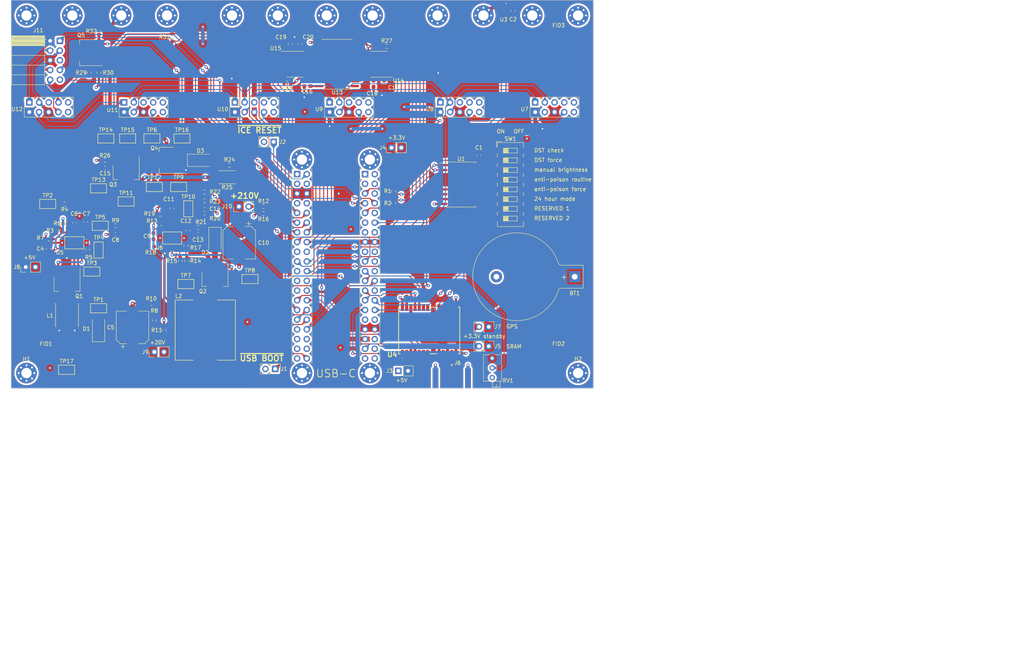
<source format=kicad_pcb>
(kicad_pcb (version 20221018) (generator pcbnew)
  (layers (0 "F.Cu" signal) (1 "In1.Cu" signal) (2 "In2.Cu" signal) (31 "B.Cu" signal) (34 "B.Paste" user) (35 "F.Paste" user) (36 "B.SilkS" user "B.Silkscreen") (37 "F.SilkS" user "F.Silkscreen") (38 "B.Mask" user) (39 "F.Mask" user) (44 "Edge.Cuts" user))
  (net 0 "")
  (net 1 "+5V")
  (net 2 "GND")
  (net 3 "+3.3V")
  (net 4 "VPP")
  (net 5 "+3V3_STDBY")
  (net 6 "/DST_force")
  (net 7 "/DST_check")
  (net 8 "/~{USB_BOOT}")
  (net 9 "/~{ICE_RST}")
  (net 10 "/GPS/RF_IN")
  (net 11 "/manual_brightness")
  (net 13 "/20V supply/20V_{VCC}")
  (net 14 "/anti-poison_routine")
  (net 15 "/anti-poison_force")
  (net 16 "/24h_mode")
  (net 17 "/RESERVED_1")
  (net 18 "/RESERVED_2")
  (net 19 "/brightness_control")
  (net 20 "/High voltage supply/HV_{BOOST}")
  (net 21 "/20V supply/20V_{SENSE}")
  (net 22 "HV_{SENSE}")
  (net 23 "LSD_{SHUNT}")
  (net 24 "PPS_{TRIMMED}")
  (net 25 "GPS_{1PPS}")
  (net 26 "GPS_{1PPS2}")
  (net 27 "CLOCK_{HV}")
  (net 28 "DATA_{HV}")
  (net 29 "GPS_{BOOT_SEL}")
  (net 30 "GPS_{RXD}")
  (net 31 "GPS_{TXD}")
  (net 32 "GPS_{RSTN}")
  (net 33 "/Nixies/DAISY_{HV-1}")
  (net 34 "/Nixies/DAISY_{HV-4}")
  (net 35 "/20V supply/20V_{SS}")
  (net 36 "/Nixies/DAISY_{HV-2}")
  (net 37 "/Nixies/DAISY_{HV-5}")
  (net 38 "/Nixies/DAISY_{HV-3}")
  (net 39 "/20V supply/20V_{COMP}")
  (net 40 "/20V supply/20V_{COMP-1}")
  (net 41 "/HV bleed/HV_bleed_{source}")
  (net 42 "/LSD ADC/VCC_{ADC}")
  (net 43 "/LSD ADC/VCC_{lvl-shift-A-1}")
  (net 44 "/LSD ADC/VCC_{lvl-shift-B-1}")
  (net 45 "/LSD ADC/VCC_{lvl-shift-A-2}")
  (net 46 "/LSD ADC/VCC_{lvl-shift-B-2}")
  (net 47 "/20V supply/20V_{BOOST}")
  (net 48 "/HV bleed/HV_bleed_{gate}")
  (net 49 "/HV bleed/HV_bleed_{pulldown}")
  (net 50 "/5V_{SENSE}")
  (net 51 "/3.3V_{SENSE}")
  (net 52 "LSD_{ADC_D0}")
  (net 53 "LSD_{ADC_D1}")
  (net 54 "LSD_{ADC_D2}")
  (net 55 "LSD_{ADC_D3}")
  (net 56 "LSD_{ADC_~{WR}{slash}RDY}")
  (net 57 "LSD_{ADC_MODE}")
  (net 58 "LSD_{ADC_~{RD}}")
  (net 59 "LSD_{ADC_~{INT}}")
  (net 60 "LSD_{ADC_~{CS}}")
  (net 61 "LSD_{ADC_D4}")
  (net 62 "LSD_{ADC_D5}")
  (net 63 "LSD_{ADC_D6}")
  (net 64 "LSD_{ADC_D7}")
  (net 65 "LSD_{ADC_~{OFL}}")
  (net 66 "/GPS/VCC_{GPS}")
  (net 67 "I2C_{DATA}")
  (net 68 "/Nixies/D_{IN-PRECISE}")
  (net 69 "I2C_{CLOCK}")
  (net 70 "SENSE_{PRECISE}")
  (net 71 "+20V")
  (net 72 "/20V supply/20V_{GATE}")
  (net 73 "/High voltage supply/HV_{SS}")
  (net 74 "/High voltage supply/HV_{VCC}")
  (net 75 "/20V supply/20V_{CS}")
  (net 76 "/HV bleed/HV_bleed_{drain}")
  (net 77 "/LSD ADC/LSD_{SHUNT_div}")
  (net 78 "/High voltage supply/HV_{COMP}")
  (net 79 "/High voltage supply/HV_{COMP-1}")
  (net 80 "/High voltage supply/HV_{FB}")
  (net 81 "/LSD ADC/V_{SHUNT}")
  (net 82 "/LSD ADC/LSD_{SHUNT_SC_Emitter}")
  (net 83 "/20V supply/20V_{UVLO}")
  (net 84 "/High voltage supply/HV_{GATE}")
  (net 85 "/High voltage supply/HV_{SOURCE}")
  (net 86 "/20V supply/20V_{PGOOD}")
  (net 87 "/20V supply/20V_{RT}")
  (net 88 "/20V supply/20V_{FB}")
  (net 89 "HV_{MEASURE}")
  (net 90 "/VCC_{IO-expander}")
  (net 91 "/VCC_{ALS}")
  (net 94 "/LSD ADC/OE_{lvl-shift-1}")
  (net 95 "/INT_{IO-expander}")
  (net 97 "/~{RESET}_{IO-expander}")
  (net 100 "/LSD ADC/OE_{lvl-shift-2}")
  (net 101 "/LSD ADC/LSD_{ADC_5V_D0}")
  (net 102 "/LSD ADC/LSD_{ADC_5V_D1}")
  (net 103 "/LSD ADC/LSD_{ADC_5V_D2}")
  (net 104 "/High voltage supply/HV_{PGOOD}")
  (net 105 "/High voltage supply/HV_{UVLO}")
  (net 106 "/High voltage supply/HV_{RT}")
  (net 108 "/High voltage supply/HV_{CS}")
  (net 109 "/High voltage supply/HV_{CS-1}")
  (net 110 "HV_{CONTROL}")
  (net 111 "/LSD ADC/LSD_{ADC_5V_D3}")
  (net 112 "/LSD ADC/LSD_{ADC_5V_~{WR}{slash}RDY}")
  (net 113 "/LSD ADC/LSD_{ADC_5V_MODE}")
  (net 114 "/LSD ADC/LSD_{ADC_5V_~{RD}}")
  (net 115 "/LSD ADC/LSD_{ADC_5V_~{INT}}")
  (net 116 "/LSD ADC/LSD_{ADC_5V_~{CS}}")
  (net 117 "/LSD ADC/LSD_{ADC_5V_D4}")
  (net 118 "/LSD ADC/LSD_{ADC_5V_D5}")
  (net 119 "/LSD ADC/LSD_{ADC_5V_D6}")
  (net 120 "/LSD ADC/LSD_{ADC_5V_D7}")
  (net 121 "/LSD ADC/LSD_{ADC_5V_~{OFL}}")
  (net 134 "DATA_{PRECISE}")
  (net 135 "CLOCK_{PRECISE}")
  (net 166 "/20V supply/5V_20V_{SENSE}")
  (net 167 "/3.3V_STDBY_SRAM_{SENSE}")
  (net 168 "/GPS/3.3V_STDBY_GPS_{SENSE}")
  (footprint "00_lib:TestPoint_Keystone_5019_Minature" (layer "F.Cu") (at 39.1775 74.93)
    (fp_text reference "TP5")
    (fp_text value "TestPoint")
  )
  (footprint "Package_SO:SOIC-20W_7.5x12.8mm_P1.27mm" (layer "F.Cu") (at 101.219 32.639 180)
    (fp_text reference "U13")
    (fp_text value "ADC0820BCWMX")
  )
  (footprint "Diode_SMD:D_MELF" (layer "F.Cu") (at 38.735 101.875 90)
    (fp_text reference "D1")
    (fp_text value "SM4004")
  )
  (footprint "00_lib:TestPoint_Keystone_5019_Minature" (layer "F.Cu") (at 38.735 81.28 90)
    (fp_text reference "TP4")
    (fp_text value "TestPoint")
  )
  (footprint "Resistor_SMD:R_0603_1608Metric" (layer "F.Cu") (at 114.1715 27.944)
    (fp_text reference "R27")
    (fp_text value "100k")
  )
  (footprint "Resistor_SMD:R_0603_1608Metric" (layer "F.Cu") (at 81.915 71.755 180)
    (fp_text reference "R16")
    (fp_text value "100k")
  )
  (footprint "Resistor_SMD:R_0603_1608Metric" (layer "F.Cu") (at 55.88 102.235 -90)
    (fp_text reference "R11")
    (fp_text value "62k")
  )
  (footprint "Resistor_SMD:R_0603_1608Metric" (layer "F.Cu") (at 40.45 57.785 180)
    (fp_text reference "R26")
    (fp_text value "100k")
  )
  (footprint "00_lib:TestPoint_Keystone_5019_Minature" (layer "F.Cu") (at 60.579 52.07)
    (fp_text reference "TP16")
    (fp_text value "TestPoint")
  )
  (footprint "00_lib:TestPoint_Keystone_5019_Minature" (layer "F.Cu") (at 78.375 88.875)
    (fp_text reference "TP8")
    (fp_text value "TestPoint")
  )
  (footprint "Connector_PinHeader_2.54mm:PinHeader_1x02_P2.54mm_Vertical" (layer "F.Cu") (at 115.443 54.483 90)
    (fp_text reference "J4")
    (fp_text value "Conn_01x02_Pin")
  )
  (footprint "00_lib:IN-14 daughter board" (layer "F.Cu") (at 74.425 42.625 90)
    (fp_text reference "U10")
    (fp_text value "~")
  )
  (footprint "Connector_PinHeader_2.54mm:PinHeader_1x02_P2.54mm_Vertical" (layer "F.Cu") (at 140.875 106.455 -90)
    (fp_text reference "J5")
    (fp_text value "Conn_01x02_Pin")
  )
  (footprint "Capacitor_SMD:C_0603_1608Metric" (layer "F.Cu") (at 91.454 27.389 -90)
    (fp_text reference "C20")
    (fp_text value "0.1u")
  )
  (footprint "Resistor_SMD:R_0603_1608Metric" (layer "F.Cu") (at 115.951 69.024 -90)
    (fp_text reference "R2")
    (fp_text value "1k")
  )
  (footprint "00_lib:TestPoint_Keystone_5019_Minature" (layer "F.Cu") (at 30.375 112.625)
    (fp_text reference "TP17")
    (fp_text value "TestPoint")
  )
  (footprint "Resistor_SMD:R_0603_1608Metric" (layer "F.Cu") (at 30.253 74.39745 180)
    (fp_text reference "R6")
    (fp_text value "100k")
  )
  (footprint "Capacitor_SMD:C_0603_1608Metric" (layer "F.Cu") (at 40.45 59.785 180)
    (fp_text reference "C15")
    (fp_text value "1u")
  )
  (footprint "Capacitor_SMD:C_0603_1608Metric" (layer "F.Cu") (at 93.359 38.354)
    (fp_text reference "C16")
    (fp_text value "0.1u")
  )
  (footprint "Connector_PinHeader_2.54mm:PinHeader_1x02_P2.54mm_Vertical" (layer "F.Cu") (at 19.68 85.725 90)
    (fp_text reference "J8")
    (fp_text value "Conn_01x02_Pin")
  )
  (footprint "Resistor_SMD:R_0603_1608Metric" (layer "F.Cu") (at 115.951 65.85 90)
    (fp_text reference "R1")
    (fp_text value "1k")
  )
  (footprint "Connector_PinHeader_2.54mm:PinHeader_1x02_P2.54mm_Vertical" (layer "F.Cu") (at 117.216 112.903 90)
    (fp_text reference "J3")
    (fp_text value "Conn_01x02_Pin")
  )
  (footprint "Capacitor_SMD:C_0603_1608Metric" (layer "F.Cu") (at 113.469 37.709 90)
    (fp_text reference "C17")
    (fp_text value "0.1u")
  )
  (footprint "Resistor_SMD:R_0603_1608Metric" (layer "F.Cu") (at 35.881 81.16545 90)
    (fp_text reference "R5")
    (fp_text value "40m")
  )
  (footprint "Package_SO:TSSOP-20_4.4x6.5mm_P0.65mm" (layer "F.Cu") (at 90.184 32.639)
    (fp_text reference "U15")
    (fp_text value "TXB0108PWR")
  )
  (footprint "Package_TO_SOT_SMD:SOT-223-3_TabPin2" (layer "F.Cu") (at 30.48 90.17 -90)
    (fp_text reference "Q1")
    (fp_text value "BSP88")
  )
  (footprint "00_lib:IN-14 daughter board" (layer "F.Cu") (at 153.025 42.625 90)
    (fp_text reference "U7")
    (fp_text value "~")
  )
  (footprint "00_lib:pico iCE" (layer "F.Cu") (at 100.875 84.265)
    (fp_text reference "U2" hide)
    (fp_text value "pico iCE")
  )
  (footprint "00_lib:IN-14 daughter board" (layer "F.Cu") (at 99.225 42.625 90)
    (fp_text reference "U9")
    (fp_text value "~")
  )
  (footprint "Resistor_SMD:R_0603_1608Metric" (layer "F.Cu") (at 38.837 34.862 -90)
    (fp_text reference "R30")
    (fp_text value "100k")
  )
  (footprint "00_lib:TestPoint_Keystone_5019_Minature" (layer "F.Cu") (at 45.96 68.58)
    (fp_text reference "TP11")
    (fp_text value "TestPoint")
  )
  (footprint "Resistor_SMD:R_0603_1608Metric" (layer "F.Cu") (at 66.485 66.14)
    (fp_text reference "R22")
    (fp_text value "100k")
  )
  (footprint "Resistor_SMD:R_0603_1608Metric" (layer "F.Cu") (at 58.039 25.527 90)
    (fp_text reference "R31")
    (fp_text value "10k")
  )
  (footprint "Resistor_SMD:R_0603_1608Metric" (layer "F.Cu") (at 52.365 80.39)
    (fp_text reference "R18")
    (fp_text value "100k")
  )
  (footprint "Package_TO_SOT_SMD:SOT-223-3_TabPin2" (layer "F.Cu") (at 45.96 60.935 -90)
    (fp_text reference "Q3")
    (fp_text value "BSP88")
  )
  (footprint "Capacitor_SMD:C_0603_1608Metric" (layer "F.Cu") (at 66.485 70.64)
    (fp_text reference "C14")
    (fp_text value "0.1u")
  )
  (footprint "Resistor_SMD:R_0603_1608Metric" (layer "F.Cu") (at 38.837 24.003 90)
    (fp_text reference "R32")
    (fp_text value "10k")
  )
  (footprint "Battery:BatteryHolder_Keystone_103_1x20mm" (layer "F.Cu") (at 163.375 88.265001 180)
    (fp_text reference "BT1")
    (fp_text value "Battery_Cell")
  )
  (footprint "Resistor_SMD:R_0603_1608Metric" (layer "F.Cu") (at 60.115 84.14 -90)
    (fp_text reference "R14")
    (fp_text value "1k")
  )
  (footprint "Resistor_SMD:R_0603_1608Metric" (layer "F.Cu") (at 36.297 34.862 90)
    (fp_text reference "R29")
    (fp_text value "10M")
  )
  (footprint "Connector_PinHeader_2.54mm:PinHeader_1x02_P2.54mm_Vertical" (layer "F.Cu") (at 140.875 101.375 -90)
    (fp_text reference "J7")
    (fp_text value "Conn_01x02_Pin")
  )
  (footprint "00_lib:TestPoint_Keystone_5019_Minature" (layer "F.Cu") (at 40.64 52.07)
    (fp_text reference "TP14")
    (fp_text value "TestPoint")
  )
  (footprint "00_lib:PX1125T" (layer "F.Cu") (at 125.291 102.331 -90)
    (fp_text reference "U4")
    (fp_text value "PX1125T" hide)
  )
  (footprint "Capacitor_SMD:C_0603_1608Metric" (layer "F.Cu") (at 53.115 77.64 90)
    (fp_text reference "C9")
    (fp_text value "1u")
  )
  (footprint "Resistor_SMD:R_0603_1608Metric" (layer "F.Cu") (at 29.845 69.215 180)
    (fp_text reference "R4")
    (fp_text value "27k")
  )
  (footprint "Resistor_SMD:R_0603_1608Metric" (layer "F.Cu") (at 61.615 80.14 90)
    (fp_text reference "R17")
    (fp_text value "40m")
  )
  (footprint "Resistor_SMD:R_0603_1608Metric" (layer "F.Cu") (at 52.515 95.25)
    (fp_text reference "R10")
    (fp_text value "4.7k")
  )
  (footprint "Resistor_SMD:R_2512_6332Metric" (layer "F.Cu") (at 72.39 62.23 180)
    (fp_text reference "R25")
    (fp_text value "10k")
  )
  (footprint "Diode_SMD:D_MELF" (layer "F.Cu") (at 69.215 78.74 -90)
    (fp_text reference "D2")
    (fp_text value "SM4004")
  )
  (footprint "00_lib:TestPoint_Keystone_5019_Minature" (layer "F.Cu") (at 53.34 64.77)
    (fp_text reference "TP12")
    (fp_text value "TestPoint")
  )
  (footprint "Resistor_SMD:R_0603_1608Metric" (layer "F.Cu") (at 73.025 59.055)
    (fp_text reference "R24")
    (fp_text value "1M")
  )
  (footprint "00_lib:TestPoint_Keystone_5019_Minature" (layer "F.Cu") (at 38.735 65.125)
    (fp_text reference "TP13")
    (fp_text value "TestPoint")
  )
  (footprint "00_lib:TestPoint_Keystone_5019_Minature" (layer "F.Cu") (at 61.595 90.17)
    (fp_text reference "TP7")
    (fp_text value "TestPoint")
  )
  (footprint "Fiducial:Fiducial_1mm_Mask3mm" (layer "F.Cu") (at 159.155 108.355)
    (fp_text reference "FID2")
    (fp_text value "Fiducial")
  )
  (footprint "00_lib:TestPoint_Keystone_5019_Minature" (layer "F.Cu") (at 62.23 70.485 90)
    (fp_text reference "TP10")
    (fp_text value "TestPoint")
  )
  (footprint "Capacitor_SMD:C_0603_1608Metric" (layer "F.Cu") (at 138.303 56.515 -90)
    (fp_text reference "C1")
    (fp_text value "0.1u")
  )
  (footprint "Button_Switch_SMD:SW_DIP_SPSTx08_Slide_6.7x21.88mm_W8.61mm_P2.54mm_LowProfile" (layer "F.Cu") (at 146.545 64.135)
    (fp_text reference "SW1")
    (fp_text value "SW_DIP_x08")
  )
  (footprint "00_lib:IND_VLS6045EX-150M" (layer "F.Cu") (at 30.48 98.298 90)
    (fp_text reference "L1")
    (fp_text value "15u")
  )
  (footprint "Potentiometer_THT:Potentiometer_Bourns_3266Z_Horizontal" (layer "F.Cu") (at 141.784 109.603 90)
    (fp_text reference "RV1")
    (fp_text value "100k")
  )
  (footprint "Capacitor_SMD:C_0603_1608Metric" (layer "F.Cu") (at 35.381 73.93745 90)
    (fp_text reference "C7")
    (fp_text value "1u")
  )
  (footprint "Connector_PinSocket_2.54mm:PinSocket_2x05_P2.54mm_Horizontal" (layer "F.Cu") (at 28.612 26.523)
    (fp_text reference "J11")
    (fp_text value "Conn_02x05_Odd_Even")
  )
  (footprint "Connector_PinHeader_2.54mm:PinHeader_1x02_P2.54mm_Vertical" (layer "F.Cu") (at 84.585 52.959 -90)
    (fp_text reference "J2")
    (fp_text value "Conn_01x02_Pin")
  )
  (footprint "Package_TO_SOT_SMD:SOT-223-3_TabPin2" (layer "F.Cu") (at 56.515 57.785 180)
    (fp_text reference "Q4")
    (fp_text value "BSP88")
  )
  (footprint "Capacitor_SMD:C_0603_1608Metric" (layer "F.Cu") (at 64.77 77.14 180)
    (fp_text reference "C13")
    (fp_text value "1u")
  )
  (footprint "00_lib:TestPoint_Keystone_5019_Minature" (layer "F.Cu") (at 59.69 64.77 180)
    (fp_text reference "TP9")
    (fp_text value "TestPoint")
  )
  (footprint "00_lib:TestPoint_Keystone_5019_Minature" (layer "F.Cu") (at 38.735 96.52)
    (fp_text reference "TP1")
    (fp_text value "TestPoint")
  )
  (footprint "00_lib:TestPoint_Keystone_5019_Minature" (layer "F.Cu") (at 52.705 52.07)
    (fp_text reference "TP6")
    (fp_text value "TestPoint")
  )
  (footprint "Connector_PinHeader_2.54mm:PinHeader_1x02_P2.54mm_Vertical" (layer "F.Cu") (at 75.478 69.893 90)
    (fp_text reference "J10")
    (fp_text value "Conn_01x02_Pin")
  )
  (footprint "00_lib:PWP0014H-IPC_C" (layer "F.Cu") (at 32.385 79.375 90)
    (fp_text reference "U5")
    (fp_text value "LM51561HPWPR")
  )
  (footprint "00_lib:LTR-329ALS-01_LTO" (layer "F.Cu") (at 144.78 18.415 -90)
    (fp_text reference "U3")
    (fp_text value "LTR-329ALS-01" hide)
  )
  (footprint "Resistor_SMD:R_0603_1608Metric" (layer "F.Cu") (at 61.865 84.14 90)
    (fp_text reference "R15")
    (fp_text value "1k")
  )
  (footprint "00_lib:PWP0014H-IPC_C" (layer "F.Cu") (at 58.013451 78.14 90)
    (fp_text reference "U6")
    (fp_text value "LM51561HPWPR")
  )
  (footprint "00_lib:TestPoint_Keystone_5019_Minature" (layer "F.Cu") (at 36.98 86.92)
    (fp_text reference "TP3")
    (fp_text value "TestPoint")
  )
  (footprint "Resistor_SMD:R_0603_1608Metric" (layer "F.Cu") (at 64.77 75.39)
    (fp_text reference "R21")
    (fp_text value "10k")
  )
  (footprint "00_lib:IN-14 daughter board" (layer "F.Cu") (at 20.625 42.625 90)
    (fp_text reference "U12")
    (fp_text value "~")
  )
  (footprint "Capacitor_SMD:C_0603_1608Metric" (layer "F.Cu") (at 88.914 27.389 -90)
    (fp_text reference "C19")
    (fp_text value "0.1u")
  )
  (footprint "Capacitor_SMD:C_0603_1608Metric" (layer "F.Cu") (at 57.865 70.39 -90)
    (fp_text reference "C11")
    (fp_text value "1u")
  )
  (footprint "Capacitor_SMD:C_0603_1608Metric" (layer "F.Cu") (at 43.18 77.18 180)
    (fp_text reference "C8")
    (fp_text value "1u")
  )
  (footprint "00_lib:TestPoint_Keystone_5019_Minature" (layer "F.Cu") (at 46.355 52.07)
    (fp_text reference "TP15")
    (fp_text value "TestPoint")
  )
  (footprint "Capacitor_SMD:C_0603_1608Metric" (layer "F.Cu") (at 32.503 74.14745 90)
    (fp_text reference "C6")
    (fp_text value "0.1u")
  )
  (footprint "Resistor_SMD:R_0603_1608Metric" (layer "F.Cu") (at 81.915 69.893)
    (fp_text reference "R12")
    (fp_text value "10M")
  )
  (footprint "Resistor_SMD:R_0603_1608Metric" (layer "F.Cu") (at 66.485 68.39 180)
    (fp_text reference "R23")
    (fp_text value "15k")
  )
  (footprint "Fiducial:Fiducial_1mm_Mask3mm" (layer "F.Cu") (at 24.995 108.355)
    (fp_text reference "FID1")
    (fp_text value "Fiducial")
  )
  (footprint "Capacitor_SMD:C_0603_1608Metric" (layer "F.Cu") (at 147.228001 18.5931 90)
    (fp_text reference "C2")
    (fp_text value "0.1u")
  )
  (footprint "00_lib:IND_MSS1583_COC" (layer "F.Cu") (at 66.675 102.235 90)
    (fp_text reference "L2")
    (fp_text value "820u")
  )
  (footprint "Capacitor_SMD:C_0603_1608Metric" (layer "F.Cu") (at 62.115 76.165 -90)
    (fp_text reference "C12")
    (fp_text value "1n")
  )
  (footprint "Resistor_SMD:R_0603_1608Metric" (layer "F.Cu") (at 66.485 72.64)
    (fp_text reference "R20")
    (fp_text value "2.7M")
  )
  (footprint "Capacitor_SMD:C_0603_1608Metric" (layer "F.Cu") (at 110.719 37.709 90)
    (fp_text reference "C18")
    (fp_text value "0.1u")
  )
  (footprint "Package_TO_SOT_SMD:SOT-223-3_TabPin2" (layer "F.Cu") (at 35.687 29.591 180)
    (fp_text reference "Q5")
    (fp_text value "BSP88")
  )
  (footprint "Symbol:Symbol_HighVoltage_Type2_CopperTop_VerySmall" (layer "F.Cu") (at 80.875 98.09)
    (fp_text reference "REF**" hide)
    (fp_text value "Symbol_HighVoltage_Type2_CopperTop_VerySmall")
  )
  (footprint "Resistor_SMD:R_0603_1608Metric" (layer "F.Cu") (at 43.18 74.93)
    (fp_text reference "R9")
    (fp_text value "470")
  )
  (footprint "Capacitor_SMD:CP_Elec_8x10" (layer "F.Cu") (at 75.565 79.375 -90)
    (fp_text reference "C10")
    (fp_text value "10u")
  )
  (footprint "Package_TO_SOT_SMD:SOT-223-3_TabPin2" (layer "F.Cu") (at 69.215 88.9 -90)
    (fp_text reference "Q2")
    (fp_text value "BSP88")
  )
  (footprint "00_lib:TestPoint_Keystone_5019_Minature" (layer "F.Cu") (at 25.429 69.215)
    (fp_text reference "TP2")
    (fp_text value "TestPoint")
  )
  (footprint "Capacitor_SMD:C_0603_1608Metric" (layer "F.Cu") (at 119.391 92.679 90)
    (fp_text reference "C3" hide)
    (fp_text value "0.1u")
  )
  (footprint "MountingHole:MountingHole_2.7mm_M2.5_Pad_Via" (layer "F.Cu") (at 164.275 113.475)
    (fp_text reference "H2")
    (fp_text value "MountingHole_Pad")
  )
  (footprint "Package_SO:SOIC-18W_7.5x11.6mm_P1.27mm" (layer "F.Cu") (at 133.653 64.135)
    (fp_text reference "U1")
    (fp_text value "MCP23008-xSO")
  )
  (footprint "Resistor_SMD:R_0603_1608Metric" (layer "F.Cu") (at 53.34 99.695 -90)
    (fp_text reference "R8")
    (fp_text value "100k")
  )
  (footprint "Resistor_SMD:R_0603_1608Metric" (layer "F.Cu") (at 28.253 76.64745 180)
    (fp_text reference "R3")
    (fp_text value "62k")
  )
  (footprint "Resistor_SMD:R_0603_1608Metric" (layer "F.Cu") (at 54.865 71.89)
    (fp_text reference "R19")
    (fp_text value "220k")
  )
  (footprint "Connector_PinHeader_2.54mm:PinHeader_1x02_P2.54mm_Vertical" (layer "F.Cu") (at 53.335 107.95 90)
    (fp_text reference "J9")
    (fp_text value "Conn_01x02_Pin")
  )
  (footprint "00_lib:IN-14 daughter board" (layer "F.Cu") (at 45.425 42.625 90)
    (fp_text reference "U11")
    (fp_text value "~")
  )
  (footprint "Fiducial:Fiducial_1mm_Mask3mm" (layer "F.Cu") (at 159.155 24.995)
    (fp_text reference "FID3")
    (fp_text value "Fiducial")
  )
  (footprint "MountingHole:MountingHole_2.7mm_M2.5_Pad_Via" (layer "F.Cu") (at 19.875 113.475)
    (fp_text reference "H1")
    (fp_text value "MountingHole_Pad")
  )
  (footprint "Capacitor_SMD:C_0603_1608Metric" (layer "F.Cu") (at 25.631 80.93745 90)
    (fp_text reference "C4")
    (fp_text value "1u")
  )
  (footprint "Diode_SMD:D_MELF" (layer "F.Cu") (at 65.405 57.785)
    (fp_text reference "D3")
    (fp_text value "SM4004")
  )
  (footprint "Package_SO:TSSOP-20_4.4x6.5mm_P0.65mm" (layer "F.Cu") (at 112.134 32.639 180)
    (fp_text reference "U14")
    (fp_text value "TXB0108PWR")
  )
  (footprint "Resistor_SMD:R_0603_1608Metric" (layer "F.Cu") (at 54.615 74.89 -90)
    (fp_text reference "R13")
    (fp_text value "4.7k")
  )
  (footprint "Resistor_SMD:R_0603_1608Metric" (layer "F.Cu") (at 88.1465 37.614 180)
    (fp_text reference "R28")
    (fp_text value "100k")
  )
  (footprint "00_lib:SMA_Amphenol_132289_EdgeMount" (layer "F.Cu") (at 131.191 114.875 -90)
    (fp_text reference "J6")
    (fp_text value "Conn_Coaxial")
  )
  (footprint "00_lib:IN-14 daughter board" (layer "F.Cu") (at 128.225 42.625 90)
    (fp_text reference "U8")
    (fp_text value "~")
  )
  (footprint "Connector_PinHeader_2.54mm:PinHeader_1x02_P2.54mm_Vertical" (layer "F.Cu") (at 84.963 112.395 -90)
    (fp_text reference "J1")
    (fp_text value "Conn_01x02_Pin")
  )
  (footprint "Resistor_SMD:R_0603_1608Metric" (layer "F.Cu") (at 25.753 78.39745)
    (fp_text reference "R7")
    (fp_text value "100k")
  )
  (footprint "Capacitor_SMD:CP_Elec_8x10" (layer "F.Cu") (at 47.625 101.525 90)
    (fp_text reference "C5")
    (fp_text value "10u")
  )
  (gr_rect (start 15.875 15.875) (end 168.275 117.475) (stroke (width 0.1)) (fill none) (layer "Edge.Cuts"))
  (gr_text "manual brightness" (at 166.893096 60.84) (layer "F.SilkS") (effects (font (size 1 1)) (justify right bottom)))
  (gr_text "ON" (at 142.875 50.8) (layer "F.SilkS") (effects (font (size 1 1)) (justify left bottom)))
  (gr_text "GPS" (at 145.375 101.875) (layer "F.SilkS") (effects (font (size 1 1)) (justify left bottom)))
  (gr_text "anti-poison force" (at 166.464524 65.92) (layer "F.SilkS") (effects (font (size 1 1)) (justify right bottom)))
  (gr_text "SRAM" (at 145.375 107.125) (layer "F.SilkS") (effects (font (size 1 1)) (justify left bottom)))
  (gr_text "~{USB BOOT}" (at 75.565 110.49) (layer "F.SilkS") (effects (font (size 1.5 1.5) (thickness 0.3) bold) (justify left bottom)))
  (gr_text "+3.3V" (at 114.427 52.451) (layer "F.SilkS") (effects (font (size 1 1)) (justify left bottom)))
  (gr_text "24 hour mode" (at 163.655 68.46) (layer "F.SilkS") (effects (font (size 1 1)) (justify right bottom)))
  (gr_text "OFF" (at 147.32 50.8) (layer "F.SilkS") (effects (font (size 1 1)) (justify left bottom)))
  (gr_text "anti-poison routine" (at 167.893095 63.38) (layer "F.SilkS") (effects (font (size 1 1)) (justify right bottom)))
  (gr_text "~{ICE RESET}" (at 74.928 50.8) (layer "F.SilkS") (effects (font (size 1.5 1.5) (thickness 0.3) bold) (justify left bottom)))
  (gr_text "+5V" (at 19.05 83.82) (layer "F.SilkS") (effects (font (size 1 1)) (justify left bottom)))
  (gr_text "+5V" (at 116.459 115.951) (layer "F.SilkS") (effects (font (size 1 1)) (justify left bottom)))
  (gr_text "RESERVED 2" (at 162.13119 73.54) (layer "F.SilkS") (effects (font (size 1 1)) (justify right bottom)))
  (gr_text "RESERVED 1" (at 162.13119 71) (layer "F.SilkS") (effects (font (size 1 1)) (justify right bottom)))
  (gr_text "+210V" (at 73.025 67.945) (layer "F.SilkS") (effects (font (size 1.5 1.5) (thickness 0.3) bold) (justify left bottom)))
  (gr_text "DST check" (at 160.655 55.76) (layer "F.SilkS") (effects (font (size 1 1)) (justify right bottom)))
  (gr_text "+20V" (at 52.07 106.045) (layer "F.SilkS") (effects (font (size 1 1)) (justify left bottom)))
  (gr_text "DST force" (at 160.17881 58.3) (layer "F.SilkS") (effects (font (size 1 1)) (justify right bottom)))
  (gr_text "+3.3V standby" (at 134.125 104.415) (layer "F.SilkS") (effects (font (size 1 1)) (justify left bottom)))
  (segment (start 90.043 25.527) (end 91.027 25.527) (width 0.5) (layer "F.Cu") (net 1))
  (segment (start 99.225 48.895) (end 99.225 45.165) (width 1) (layer "F.Cu") (net 1))
  (segment (start 61.595 60.325) (end 59.905 60.325) (width 1) (layer "F.Cu") (net 1))
  (segment (start 112.903 40.767) (end 111.887 40.767) (width 0.5) (layer "F.Cu") (net 1))
  (segment (start 91.454 25.954) (end 91.454 26.614) (width 0.5) (layer "F.Cu") (net 1))
  (segment (start 153.025 45.165) (end 153.025 47.615) (width 1) (layer "F.Cu") (net 1))
  (segment (start 59.905 60.325) (end 59.665 60.085) (width 1) (layer "F.Cu") (net 1))
  (segment (start 153.025 47.615) (end 154.94 49.53) (width 1) (layer "F.Cu") (net 1))
  (segment (start 92.583 41.275) (end 92.584 41.274) (width 0.25) (layer "F.Cu") (net 1))
  (segment (start 91.027 25.527) (end 91.454 25.954) (width 0.5) (layer "F.Cu") (net 1))
  (segment (start 110.719 39.599) (end 110.719 38.484) (width 0.5) (layer "F.Cu") (net 1))
  (segment (start 111.887 40.767) (end 110.719 39.599) (width 0.5) (layer "F.Cu") (net 1))
  (segment (start 92.584 41.274) (end 92.584 38.354) (width 0.5) (layer "F.Cu") (net 1))
  (via (at 32.512 102.362) (size 0.8) (drill 0.4) (layers "F.Cu" "B.Cu") (net 1))
  (via (at 99.225 48.895) (size 0.8) (drill 0.4) (layers "F.Cu" "B.Cu") (net 1))
  (via (at 28.448 102.362) (size 0.8) (drill 0.4) (layers "F.Cu" "B.Cu") (net 1))
  (via (at 154.94 49.53) (size 0.8) (drill 0.4) (layers "F.Cu" "B.Cu") (net 1))
  (via (at 61.595 60.325) (size 0.8) (drill 0.4) (layers "F.Cu" "B.Cu") (net 1))
  (via (at 73.625 36.375) (size 0.8) (drill 0.4) (layers "F.Cu" "B.Cu") (net 1))
  (via (at 127.635 34.925) (size 0.8) (drill 0.4) (layers "F.Cu" "B.Cu") (net 1))
  (via (at 90.043 25.527) (size 0.8) (drill 0.4) (layers "F.Cu" "B.Cu") (net 1))
  (via (at 92.583 41.275) (size 0.8) (drill 0.4) (layers "F.Cu" "B.Cu") (net 1))
  (via (at 112.903 40.767) (size 0.8) (drill 0.4) (layers "F.Cu" "B.Cu") (net 1))
  (segment (start 33.685 72.458) (end 33.753 72.39) (width 0.25) (layer "F.Cu") (net 2))
  (segment (start 39.675 57.835) (end 39.625 57.785) (width 0.25) (layer "F.Cu") (net 2))
  (segment (start 56.515 52.705) (end 55.88 52.07) (width 1) (layer "F.Cu") (net 2))
  (segment (start 59.313451 80.915384) (end 59.313451 78.338451) (width 0.25) (layer "F.Cu") (net 2))
  (segment (start 109.347 27.944) (end 109.347 29.6385) (width 0.4) (layer "F.Cu") (net 2))
  (segment (start 59.313451 77.941549) (end 59.115 78.14) (width 0.25) (layer "F.Cu") (net 2))
  (segment (start 108.327 26.924) (end 105.869 26.924) (width 0.5) (layer "F.Cu") (net 2))
  (segment (start 109.347 29.6385) (end 109.2715 29.714) (width 0.4) (layer "F.Cu") (net 2))
  (segment (start 33.52545 79.375) (end 32.385 79.375) (width 0.25) (layer "F.Cu") (net 2))
  (segment (start 26.41845 79.375) (end 29.19255 79.375) (width 0.5) (layer "F.Cu") (net 2))
  (segment (start 130.371 106.31) (end 130.091 106.59) (width 0.5) (layer "F.Cu") (net 2))
  (segment (start 135.441 114.875) (end 135.441 111.379) (width 0.5) (layer "F.Cu") (net 2))
  (segment (start 126.941 114.875) (end 126.941 111.379) (width 0.5) (layer "F.Cu") (net 2))
  (segment (start 54.615 75.715) (end 54.615 77.89) (width 0.25) (layer "F.Cu") (net 2))
  (segment (start 130.091 106.59) (end 130.091 108.331) (width 0.5) (layer "F.Cu") (net 2))
  (segment (start 25.631 80.16245) (end 26.41845 79.375) (width 0.5) (layer "F.Cu") (net 2))
  (segment (start 109.347 27.944) (end 108.327 26.924) (width 0.5) (layer "F.Cu") (net 2))
  (segment (start 118.291 94.315) (end 118.291 96.331) (width 0.5) (layer "F.Cu") (net 2))
  (segment (start 39.625 57.785) (end 38.1 57.785) (width 0.5) (layer "F.Cu") (net 2))
  (segment (start 57.39 55.485) (end 56.515 54.61) (width 1) (layer "F.Cu") (net 2))
  (segment (start 24.928 77.22245) (end 25.003 77.14745) (width 0.25) (layer "F.Cu") (net 2))
  (segment (start 109.347 27.944) (end 113.3465 27.944) (width 0.5) (layer "F.Cu") (net 2))
  (segment (start 59.115 78.14) (end 58.013451 78.14) (width 0.25) (layer "F.Cu") (net 2))
  (segment (start 89.909 37.614) (end 90.544 36.979) (width 0.5) (layer "F.Cu") (net 2))
  (segment (start 88.9715 37.614) (end 89.909 37.614) (width 0.5) (layer "F.Cu") (net 2))
  (segment (start 132.291 108.331) (end 132.291 106.659) (width 0.5) (layer "F.Cu") (net 2))
  (segment (start 55.88 52.07) (end 52.705 52.07) (width 1) (layer "F.Cu") (net 2))
  (segment (start 24.928 78.39745) (end 24.928 77.22245) (width 0.25) (layer "F.Cu") (net 2))
  (segment (start 54.615 77.89) (end 54.865 78.14) (width 0.25) (layer "F.Cu") (net 2))
  (segment (start 59.665 55.485) (end 57.39 55.485) (width 1) (layer "F.Cu") (net 2))
  (segment (start 131.942 106.31) (end 130.371 106.31) (width 0.5) (layer "F.Cu") (net 2))
  (segment (start 33.035001 80.025001) (end 33.035001 82.150384) (width 0.25) (layer "F.Cu") (net 2))
  (segment (start 30.67 69.215) (end 31.75 69.215) (width 0.5) (layer "F.Cu") (net 2))
  (segment (start 41.372 23.178) (end 44.675 19.875) (width 0.5) (layer "F.Cu") (net 2))
  (segment (start 144.180001 17.8181) (end 141.5319 17.8181) (width 0.5) (layer "F.Cu") (net 2))
  (segment (start 141.5319 17.8181) (end 139.475 19.875) (width 0.5) (layer "F.Cu") (net 2))
  (segment (start 54.04 70.485) (end 54.04 71.89) (width 0.5) (layer "F.Cu") (net 2))
  (segment (start 96.569 26.924) (end 94.107 26.924) (width 0.5) (layer "F.Cu") (net 2))
  (segment (start 31.75 69.215) (end 32.503 69.968) (width 0.5) (layer "F.Cu") (net 2))
  (segment (start 129.003 69.215) (end 126.619 69.215) (width 0.5) (layer "F.Cu") (net 2))
  (segment (start 79.375 72.39) (end 80.01 71.755) (width 0.5) (layer "F.Cu") (net 2))
  (segment (start 134.943 108.331) (end 132.291 108.331) (width 0.5) (layer "F.Cu") (net 2))
  (segment (start 90.544 36.979) (end 91.959 35.564) (width 0.5) (layer "F.Cu") (net 2))
  (segment (start 54.04 70.485) (end 54.91 69.615) (width 0.5) (layer "F.Cu") (net 2))
  (segment (start 59.313451 75.364616) (end 59.313451 77.941549) (width 0.25) (layer "F.Cu") (net 2))
  (segment (start 33.685 76.599616) (end 33.685 72.458) (width 0.25) (layer "F.Cu") (net 2))
  (segment (start 38.837 23.178) (end 41.372 23.178) (width 0.5) (layer "F.Cu") (net 2))
  (segment (start 132.291 106.659) (end 131.942 106.31) (width 0.5) (layer "F.Cu") (net 2))
  (segment (start 69.85 71.755) (end 68.735 70.64) (width 0.5) (layer "F.Cu") (net 2))
  (segment (start 59.313451 78.338451) (end 59.115 78.14) (width 0.25) (layer "F.Cu") (net 2))
  (segment (start 56.515 54.61) (end 56.515 52.705) (width 1) (layer "F.Cu") (net 2))
  (segment (start 58.663452 78.790001) (end 58.013451 78.14) (width 0.25) (layer "F.Cu") (net 2))
  (segment (start 67.31 68.39) (end 67.31 70.59) (width 0.5) (layer "F.Cu") (net 2))
  (segment (start 33.035001 82.150384) (end 33.685 82.150384) (width 0.25) (layer "F.Cu") (net 2))
  (segment (start 32.385 79.375) (end 33.035001 80.025001) (width 0.25) (layer "F.Cu") (net 2))
  (segment (start 53.54 75.715) (end 54.615 75.715) (width 0.25) (layer "F.Cu") (net 2))
  (segment (start 54.91 69.615) (end 57.865 69.615) (width 0.5) (layer "F.Cu") (net 2))
  (segment (start 53.115 76.865) (end 53.115 76.14) (width 0.25) (layer "F.Cu") (net 2))
  (segment (start 32.503 69.968) (end 32.503 73.37245) (width 0.5) (layer "F.Cu") (net 2))
  (segment (start 53.115 76.14) (end 53.54 75.715) (width 0.25) (layer "F.Cu") (net 2))
  (segment (start 132.291 93.695) (end 132.291 96.331) (width 0.5) (layer "F.Cu") (net 2))
  (segment (start 33.685 79.21545) (end 33.52545 79.375) (width 0.25) (layer "F.Cu") (net 2))
  (segment (start 58.663452 80.915384) (end 58.663452 78.790001) (width 0.25) (layer "F.Cu") (net 2))
  (segment (start 68.735 70.64) (end 67.26 70.64) (width 0.5) (layer "F.Cu") (net 2))
  (segment (start 67.31 70.59) (end 67.26 70.64) (width 0.5) (layer "F.Cu") (net 2))
  (segment (start 39.675 59.785) (end 39.675 57.835) (width 0.5) (layer "F.Cu") (net 2))
  (segment (start 40.6775 77.18) (end 42.405 77.18) (width 0.5) (layer "F.Cu") (net 2))
  (segment (start 80.01 71.755) (end 81.09 71.755) (width 0.5) (layer "F.Cu") (net 2))
  (segment (start 91.959 35.564) (end 93.0465 35.564) (width 0.4) (layer "F.Cu") (net 2))
  (segment (start 75.565 85.725) (end 75.565 82.625) (width 1) (layer "F.Cu") (net 2))
  (segment (start 63.795 76.94) (end 62.115 76.94) (width 0.5) (layer "F.Cu") (net 2))
  (segment (start 63.995 77.14) (end 63.795 76.94) (width 0.5) (layer "F.Cu") (net 2))
  (segment (start 117.689 93.713) (end 118.291 94.315) (width 0.5) (layer "F.Cu") (net 2))
  (segment (start 47.625 95.25) (end 51.69 95.25) (width 0.5) (layer "F.Cu") (net 2))
  (segment (start 47.625 95.25) (end 47.625 98.275) (width 1) (layer "F.Cu") (net 2))
  (via (at 40.6775 77.18) (size 0.8) (drill 0.4) (layers "F.Cu" "B.Cu") (net 2))
  (via (at 132.291 93.695) (size 0.8) (drill 0.4) (layers "F.Cu" "B.Cu") (net 2))
  (via (at 69.85 71.755) (size 0.8) (drill 0.4) (layers "F.Cu" "B.Cu") (net 2))
  (via (at 47.625 95.25) (size 0.8) (drill 0.4) (layers "F.Cu" "B.Cu") (net 2))
  (via (at 77.7 100.105) (size 0.8) (drill 0.4) (layers "F.Cu" "B.Cu") (net 2))
  (via (at 54.04 70.485) (size 0.8) (drill 0.4) (layers "F.Cu" "B.Cu") (net 2))
  (via (at 26.01 112.141) (size 0.8) (drill 0.4) (layers "F.Cu" "B.Cu") (net 2))
  (via (at 54.865 78.14) (size 0.8) (drill 0.4) (layers "F.Cu" "B.Cu") (net 2))
  (via (at 109.347 27.944) (size 0.8) (drill 0.4) (layers "F.Cu" "B.Cu") (net 2))
  (via (at 135.441 111.379) (size 0.8) (drill 0.4) (layers "F.Cu" "B.Cu") (net 2))
  (via (at 29.19255 79.375) (size 0.8) (drill 0.4) (layers "F.Cu" "B.Cu") (net 2))
  (via (at 134.943 108.331) (size 0.8) (drill 0.4) (layers "F.Cu" "B.Cu") (net 2))
  (via (at 150.85 52.125) (size 0.8) (drill 0.4) (layers "F.Cu" "B.Cu") (net 2))
  (via (at 75.565 85.725) (size 0.8) (drill 0.4) (layers "F.Cu" "B.Cu") (net 2))
  (via (at 38.1 57.785) (size 0.8) (drill 0.4) (layers "F.Cu" "B.Cu") (net 2))
  (via (at 33.753 72.39) (size 0.8) (drill 0.4) (layers "F.Cu" "B.Cu") (net 2))
  (via (at 126.619 69.215) (size 0.8) (drill 0.4) (layers "F.Cu" "B.Cu") (net 2))
  (via (at 126.941 111.379) (size 0.8) (drill 0.4) (layers "F.Cu" "B.Cu") (net 2))
  (via (at 117.689 93.713) (size 0.8) (drill 0.4) (layers "F.Cu" "B.Cu") (net 2))
  (via (at 94.107 26.924) (size 0.8) (drill 0.4) (layers "F.Cu" "B.Cu") (net 2))
  (via (at 35.57745 79.375) (size 0.8) (drill 0.4) (layers "F.Cu" "B.Cu") (net 2))
  (via (at 56.515 52.705) (size 0.8) (drill 0.4) (layers "F.Cu" "B.Cu") (net 2))
  (via (at 90.544 36.979) (size 0.8) (drill 0.4) (layers "F.Cu" "B.Cu") (net 2))
  (via (at 61.115 78.14) (size 0.8) (drill 0.4) (layers "F.Cu" "B.Cu") (net 2))
  (via (at 25.003 77.14745) (size 0.8) (drill 0.4) (layers "F.Cu" "B.Cu") (net 2))
  (via (at 79.375 72.39) (size 0.8) (drill 0.4) (layers "F.Cu" "B.Cu") (net 2))
  (segment (start 126.941 114.875) (end 126.941 111.379) (width 0.5) (layer "B.Cu") (net 2))
  (segment (start 135.441 114.875) (end 135.441 111.379) (width 0.5) (layer "B.Cu") (net 2))
  (via (at 118.745 43.815) (size 0.8) (drill 0.4) (layers "F.Cu" "B.Cu") (net 3))
  (via (at 66.04 27.305) (size 0.8) (drill 0.4) (layers "F.Cu" "B.Cu") (net 3))
  (via (at 113.03 49.53) (size 0.8) (drill 0.4) (layers "F.Cu" "B.Cu") (net 3))
  (via (at 125.375 43.815) (size 0.8) (drill 0.4) (layers "F.Cu" "B.Cu") (net 3))
  (via (at 92.71 45.085) (size 0.8) (drill 0.4) (layers "F.Cu" "B.Cu") (net 3))
  (via (at 104.775 49.53) (size 0.8) (drill 0.4) (layers "F.Cu" "B.Cu") (net 3))
  (via (at 66.04 22.86) (size 0.8) (drill 0.4) (layers "F.Cu" "B.Cu") (net 3))
  (segment (start 66.04 22.86) (end 66.04 27.305) (width 1) (layer "B.Cu") (net 3))
  (segment (start 104.775 49.53) (end 113.03 49.53) (width 1) (layer "B.Cu") (net 3))
  (segment (start 118.745 43.815) (end 125.375 43.815) (width 1) (layer "B.Cu") (net 3))
  (segment (start 78.018 69.893) (end 81.09 69.893) (width 0.5) (layer "F.Cu") (net 4))
  (segment (start 38.837 37.998) (end 38.837 35.687) (width 0.5) (layer "F.Cu") (net 4))
  (segment (start 38.1 38.735) (end 38.837 37.998) (width 0.5) (layer "F.Cu") (net 4))
  (via (at 38.1 38.735) (size 0.8) (drill 0.4) (layers "F.Cu" "B.Cu") (net 4))
  (segment (start 142.24 57.785) (end 140.7175 57.785) (width 0.25) (layer "F.Cu") (net 6))
  (segment (start 140.335 58.1675) (end 140.335 60.9085) (width 0.25) (layer "F.Cu") (net 6))
  (segment (start 140.335 60.9085) (end 139.6485 61.595) (width 0.25) (layer "F.Cu") (net 6))
  (segment (start 140.7175 57.785) (end 140.335 58.1675) (width 0.25) (layer "F.Cu") (net 6))
  (segment (start 139.6485 61.595) (end 138.303 61.595) (width 0.25) (layer "F.Cu") (net 6))
  (segment (start 142.475 55.26) (end 140.32 55.26) (width 0.25) (layer "F.Cu") (net 7))
  (segment (start 140.32 55.26) (end 139.7 55.88) (width 0.25) (layer "F.Cu") (net 7))
  (segment (start 139.7 55.88) (end 139.7 58.680382) (width 0.25) (layer "F.Cu") (net 7))
  (segment (start 139.446 60.325) (end 138.303 60.325) (width 0.25) (layer "F.Cu") (net 7))
  (segment (start 139.703 60.068) (end 139.446 60.325) (width 0.25) (layer "F.Cu") (net 7))
  (segment (start 139.703 58.683382) (end 139.703 60.068) (width 0.25) (layer "F.Cu") (net 7))
  (segment (start 139.7 58.680382) (end 139.703 58.683382) (width 0.25) (layer "F.Cu") (net 7))
  (segment (start 84.963 112.355) (end 88.923 108.395) (width 0.25) (layer "F.Cu") (net 8))
  (segment (start 91.985 108.395) (end 93.255 109.665) (width 0.25) (layer "F.Cu") (net 8))
  (segment (start 88.923 108.395) (end 91.985 108.395) (width 0.25) (layer "F.Cu") (net 8))
  (segment (start 84.585 57.725) (end 89.535 62.675) (width 0.25) (layer "B.Cu") (net 9))
  (segment (start 84.585 52.959) (end 84.585 57.725) (width 0.25) (layer "B.Cu") (net 9))
  (segment (start 91.985 62.675) (end 93.255 61.405) (width 0.25) (layer "B.Cu") (net 9))
  (segment (start 89.535 62.675) (end 91.985 62.675) (width 0.25) (layer "B.Cu") (net 9))
  (segment (start 131.191 114.875) (end 131.191 108.331) (width 0.35) (layer "F.Cu") (net 10))
  (segment (start 142.24 60.325) (end 142.24 61.1725) (width 0.25) (layer "F.Cu") (net 11))
  (segment (start 142.24 61.1725) (end 141.8175 61.595) (width 0.25) (layer "F.Cu") (net 11))
  (segment (start 140.97 61.595) (end 139.7 62.865) (width 0.25) (layer "F.Cu") (net 11))
  (segment (start 141.8175 61.595) (end 140.97 61.595) (width 0.25) (layer "F.Cu") (net 11))
  (segment (start 139.7 62.865) (end 138.303 62.865) (width 0.25) (layer "F.Cu") (net 11))
  (segment (start 31.430165 80.89745) (end 31.734999 81.202284) (width 0.25) (layer "F.Cu") (net 13))
  (segment (start 31.734999 81.202284) (end 31.734999 82.150384) (width 0.25) (layer "F.Cu") (net 13))
  (segment (start 25.631 81.71245) (end 26.688 81.71245) (width 0.5) (layer "F.Cu") (net 13))
  (segment (start 29.428 73.025) (end 29.428 74.39745) (width 0.5) (layer "F.Cu") (net 13))
  (segment (start 26.688 81.71245) (end 27.503 80.89745) (width 0.5) (layer "F.Cu") (net 13))
  (segment (start 27.503 80.89745) (end 31.430165 80.89745) (width 0.25) (layer "F.Cu") (net 13))
  (via (at 29.428 73.025) (size 0.8) (drill 0.4) (layers "F.Cu" "B.Cu") (net 13))
  (via (at 27.503 80.89745) (size 0.8) (drill 0.4) (layers "F.Cu" "B.Cu") (net 13))
  (segment (start 27.503 78.39745) (end 27.503 80.89745) (width 0.5) (layer "B.Cu") (net 13))
  (segment (start 29.428 76.47245) (end 27.503 78.39745) (width 0.5) (layer "B.Cu") (net 13))
  (segment (start 29.428 73.025) (end 29.428 76.47245) (width 0.5) (layer "B.Cu") (net 13))
  (segment (start 142.24 62.865) (end 142.24 63.76) (width 0.25) (layer "F.Cu") (net 14))
  (segment (start 141.865 64.135) (end 138.303 64.135) (width 0.25) (layer "F.Cu") (net 14))
  (segment (start 142.24 63.76) (end 141.865 64.135) (width 0.25) (layer "F.Cu") (net 14))
  (segment (start 142.225 65.42) (end 138.318 65.42) (width 0.25) (layer "F.Cu") (net 15))
  (segment (start 142.24 65.405) (end 142.225 65.42) (width 0.25) (layer "F.Cu") (net 15))
  (segment (start 138.318 65.42) (end 138.303 65.405) (width 0.25) (layer "F.Cu") (net 15))
  (segment (start 142.475 66.91) (end 142.24 66.675) (width 0.25) (layer "F.Cu") (net 16))
  (segment (start 142.24 66.675) (end 138.303 66.675) (width 0.25) (layer "F.Cu") (net 16))
  (segment (start 142.475 67.96) (end 142.475 66.91) (width 0.25) (layer "F.Cu") (net 16))
  (segment (start 141.875 69.125) (end 142.24 69.49) (width 0.25) (layer "F.Cu") (net 17))
  (segment (start 142.24 69.49) (end 142.24 70.485) (width 0.25) (layer "F.Cu") (net 17))
  (segment (start 138.303 67.945) (end 139.7 67.945) (width 0.25) (layer "F.Cu") (net 17))
  (segment (start 140.88 69.125) (end 141.875 69.125) (width 0.25) (layer "F.Cu") (net 17))
  (segment (start 139.7 67.945) (end 140.88 69.125) (width 0.25) (layer "F.Cu") (net 17))
  (segment (start 141.715 71.755) (end 140.98 71.755) (width 0.25) (layer "F.Cu") (net 18))
  (segment (start 139.827 69.215) (end 138.303 69.215) (width 0.25) (layer "F.Cu") (net 18))
  (segment (start 140.98 71.755) (end 140.335 71.11) (width 0.25) (layer "F.Cu") (net 18))
  (segment (start 140.335 71.11) (end 140.335 69.723) (width 0.25) (layer "F.Cu") (net 18))
  (segment (start 140.335 69.723) (end 139.827 69.215) (width 0.25) (layer "F.Cu") (net 18))
  (segment (start 142.24 72.28) (end 141.715 71.755) (width 0.25) (layer "F.Cu") (net 18))
  (segment (start 142.24 73.025) (end 142.24 72.28) (width 0.25) (layer "F.Cu") (net 18))
  (segment (start 144.907 98.157) (end 134.825 88.075) (width 0.25) (layer "B.Cu") (net 19))
  (segment (start 134.825 88.075) (end 109.765 88.075) (width 0.25) (layer "B.Cu") (net 19))
  (segment (start 141.784 112.143) (end 144.143 112.143) (width 0.25) (layer "B.Cu") (net 19))
  (segment (start 109.765 88.075) (end 108.495 86.805) (width 0.25) (layer "B.Cu") (net 19))
  (segment (start 144.143 112.143) (end 144.907 111.379) (width 0.25) (layer "B.Cu") (net 19))
  (segment (start 144.907 111.379) (end 144.907 98.157) (width 0.25) (layer "B.Cu") (net 19))
  (segment (start 61.595 95.25) (end 62.666999 96.321999) (width 0.5) (layer "F.Cu") (net 20))
  (segment (start 62.666999 96.321999) (end 66.675 96.321999) (width 0.5) (layer "F.Cu") (net 20))
  (segment (start 69.215 85.75) (end 69.215 92.05) (width 1.5) (layer "F.Cu") (net 20))
  (segment (start 69.215 85.75) (end 69.215 81.14) (width 1.5) (layer "F.Cu") (net 20))
  (segment (start 61.595 90.17) (end 61.595 95.25) (width 0.5) (layer "F.Cu") (net 20))
  (segment (start 53.34 107.945) (end 53.335 107.95) (width 0.25) (layer "F.Cu") (net 21))
  (segment (start 53.34 100.52) (end 53.34 107.945) (width 0.5) (layer "F.Cu") (net 21))
  (segment (start 69.215 73.66) (end 69.215 76.34) (width 0.5) (layer "F.Cu") (net 22))
  (segment (start 73.85 59.055) (end 73.85 61.785) (width 0.5) (layer "F.Cu") (net 22))
  (segment (start 68.195 72.64) (end 69.215 73.66) (width 0.5) (layer "F.Cu") (net 22))
  (segment (start 73.85 61.785) (end 74.295 62.23) (width 0.5) (layer "F.Cu") (net 22))
  (segment (start 75.3525 62.23) (end 75.3525 69.7675) (width 1) (layer "F.Cu") (net 22))
  (segment (start 67.31 72.64) (end 68.195 72.64) (width 0.5) (layer "F.Cu") (net 22))
  (segment (start 74.295 62.23) (end 75.3525 62.23) (width 0.5) (layer "F.Cu") (net 22))
  (segment (start 75.3525 69.7675) (end 75.478 69.893) (width 1) (layer "F.Cu") (net 22))
  (segment (start 33.655 35.687) (end 36.297 35.687) (width 0.25) (layer "F.Cu") (net 23))
  (segment (start 28.245 41.097) (end 33.655 35.687) (width 0.25) (layer "F.Cu") (net 23))
  (segment (start 28.245 42.625) (end 28.245 41.097) (width 0.25) (layer "F.Cu") (net 23))
  (segment (start 101.765 41.237) (end 105.293 37.709) (width 0.25) (layer "B.Cu") (net 24))
  (segment (start 74.803 38.227) (end 76.965 40.389) (width 0.25) (layer "B.Cu") (net 24))
  (segment (start 152.527 38.227) (end 155.565 41.265) (width 0.25) (layer "B.Cu") (net 24))
  (segment (start 125.849 37.709) (end 130.765 42.625) (width 0.25) (layer "B.Cu") (net 24))
  (segment (start 21.463 33.655) (end 24.785 30.333) (width 0.25) (layer "B.Cu") (net 24))
  (segment (start 98.755 38.227) (end 101.765 41.237) (width 0.25) (layer "B.Cu") (net 24))
  (segment (start 23.165 42.625) (end 24.435 43.895) (width 0.25) (layer "B.Cu") (net 24))
  (segment (start 129.54 69.342) (end 124.777 74.105) (width 0.25) (layer "B.Cu") (net 24))
  (segment (start 47.625 40.64) (end 50.038 38.227) (width 0.25) (layer "B.Cu") (net 24))
  (segment (start 32.385 47.625) (end 39.37 40.64) (width 0.25) (layer "B.Cu") (net 24))
  (segment (start 130.765 41.357) (end 130.765 42.625) (width 0.25) (layer "B.Cu") (net 24))
  (segment (start 124.777 74.105) (end 111.035 74.105) (width 0.25) (layer "B.Cu") (net 24))
  (segment (start 39.37 40.64) (end 47.625 40.64) (width 0.25) (layer "B.Cu") (net 24))
  (segment (start 155.565 41.265) (end 155.565 42.625) (width 0.25) (layer "B.Cu") (net 24))
  (segment (start 130.765 42.625) (end 129.54 43.85) (width 0.25) (layer "B.Cu") (net 24))
  (segment (start 27.342 30.333) (end 28.612 29.063) (width 0.25) (layer "B.Cu") (net 24))
  (segment (start 101.765 42.625) (end 101.765 41.237) (width 0.25) (layer "B.Cu") (net 24))
  (segment (start 133.895 38.227) (end 152.527 38.227) (width 0.25) (layer "B.Cu") (net 24))
  (segment (start 130.765 41.357) (end 133.895 38.227) (width 0.25) (layer "B.Cu") (net 24))
  (segment (start 47.965 40.98) (end 47.965 42.625) (width 0.25) (layer "B.Cu") (net 24))
  (segment (start 79.127 38.227) (end 98.755 38.227) (width 0.25) (layer "B.Cu") (net 24))
  (segment (start 21.463 39.751) (end 21.463 33.655) (width 0.25) (layer "B.Cu") (net 24))
  (segment (start 24.435 46.025) (end 26.035 47.625) (width 0.25) (layer "B.Cu") (net 24))
  (segment (start 50.038 38.227) (end 74.803 38.227) (width 0.25) (layer "B.Cu") (net 24))
  (segment (start 24.785 30.333) (end 27.342 30.333) (width 0.25) (layer "B.Cu") (net 24))
  (segment (start 47.625 40.64) (end 47.965 40.98) (width 0.25) (layer "B.Cu") (net 24))
  (segment (start 23.165 41.453) (end 21.463 39.751) (width 0.25) (layer "B.Cu") (net 24))
  (segment (start 76.965 40.389) (end 79.127 38.227) (width 0.25) (layer "B.Cu") (net 24))
  (segment (start 105.293 37.709) (end 125.849 37.709) (width 0.25) (layer "B.Cu") (net 24))
  (segment (start 129.54 43.85) (end 129.54 69.342) (width 0.25) (layer "B.Cu") (net 24))
  (segment (start 24.435 43.895) (end 24.435 46.025) (width 0.25) (layer "B.Cu") (net 24))
  (segment (start 26.035 47.625) (end 32.385 47.625) (width 0.25) (layer "B.Cu") (net 24))
  (segment (start 23.165 42.625) (end 23.165 41.453) (width 0.25) (layer "B.Cu") (net 24))
  (segment (start 76.965 42.625) (end 76.965 40.389) (width 0.25) (layer "B.Cu") (net 24))
  (segment (start 119.825 105.855) (end 104.331 105.855) (width 0.25) (layer "F.Cu") (net 25))
  (segment (start 104.331 105.855) (end 100.203 101.727) (width 0.25) (layer "F.Cu") (net 25))
  (segment (start 100.203 97.663) (end 96.965 94.425) (width 0.25) (layer "F.Cu") (net 25))
  (segment (start 120.491 108.331) (end 120.491 106.521) (width 0.25) (layer "F.Cu") (net 25))
  (segment (start 100.203 101.727) (end 100.203 97.663) (width 0.25) (layer "F.Cu") (net 25))
  (segment (start 120.491 106.521) (end 119.825 105.855) (width 0.25) (layer "F.Cu") (net 25))
  (segment (start 96.965 94.425) (end 93.255 94.425) (width 0.25) (layer "F.Cu") (net 25))
  (segment (start 101.219 101.219) (end 101.219 96.955894) (width 0.25) (layer "F.Cu") (net 26))
  (segment (start 121.591 108.331) (end 121.591 106.351) (width 0.25) (layer "F.Cu") (net 26))
  (segment (start 103.315 103.315) (end 101.219 101.219) (width 0.25) (layer "F.Cu") (net 26))
  (segment (start 118.555 103.315) (end 103.315 103.315) (width 0.25) (layer "F.Cu") (net 26))
  (segment (start 91.985 93.155) (end 90.715 94.425) (width 0.25) (layer "F.Cu") (net 26))
  (segment (start 121.591 106.351) (end 118.555 103.315) (width 0.25) (layer "F.Cu") (net 26))
  (segment (start 97.418106 93.155) (end 91.985 93.155) (width 0.25) (layer "F.Cu") (net 26))
  (segment (start 101.219 96.955894) (end 97.418106 93.155) (width 0.25) (layer "F.Cu") (net 26))
  (segment (start 24.003 37.719) (end 26.975 40.691) (width 0.25) (layer "F.Cu") (net 27))
  (segment (start 124.625 90.145) (end 124.625 50.871) (width 0.25) (layer "F.Cu") (net 27))
  (segment (start 26.975 43.895) (end 28.245 45.165) (width 0.25) (layer "F.Cu") (net 27))
  (segment (start 26.975 40.691) (end 26.975 43.895) (width 0.25) (layer "F.Cu") (net 27))
  (segment (start 26.072 34.143) (end 24.531 34.143) (width 0.25) (layer "F.Cu") (net 27))
  (segment (start 24.531 34.143) (end 24.003 34.671) (width 0.25) (layer "F.Cu") (net 27))
  (segment (start 124.625 50.871) (end 128.125 47.371) (width 0.25) (layer "F.Cu") (net 27))
  (segment (start 24.003 34.671) (end 24.003 37.719) (width 0.25) (layer "F.Cu") (net 27))
  (segment (start 125.095 90.615) (end 124.625 90.145) (width 0.25) (layer "F.Cu") (net 27))
  (via (at 125.095 90.615) (size 0.8) (drill 0.4) (layers "F.Cu" "B.Cu") (net 27))
  (via (at 128.125 47.371) (size 0.8) (drill 0.4) (layers "F.Cu" "B.Cu") (net 27))
  (segment (start 106.299 47.371) (end 106.845 46.825) (width 0.25) (layer "B.Cu") (net 27))
  (segment (start 135.845 46.781) (end 135.845 45.165) (width 0.25) (layer "B.Cu") (net 27))
  (segment (start 82.683 47.371) (end 106.299 47.371) (width 0.25) (layer "B.Cu") (net 27))
  (segment (start 82.045 46.733) (end 82.045 45.165) (width 0.25) (layer "B.Cu") (net 27))
  (segment (start 53.639 47.371) (end 81.407 47.371) (width 0.25) (layer "B.Cu") (net 27))
  (segment (start 107.391 47.371) (end 106.845 46.825) (width 0.25) (layer "B.Cu") (net 27))
  (segment (start 125.095 90.615) (end 104.685 90.615) (width 0.25) (layer "B.Cu") (net 27))
  (segment (start 160.645 45.165) (end 158.439 47.371) (width 0.25) (layer "B.Cu") (net 27))
  (segment (start 53.045 46.777) (end 53.639 47.371) (width 0.25) (layer "B.Cu") (net 27))
  (segment (start 104.685 90.615) (end 93.255 102.045) (width 0.25) (layer "B.Cu") (net 27))
  (segment (start 106.845 46.825) (end 106.845 45.165) (width 0.25) (layer "B.Cu") (net 27))
  (segment (start 128.125 47.371) (end 107.391 47.371) (width 0.25) (layer "B.Cu") (net 27))
  (segment (start 82.045 46.733) (end 82.683 47.371) (width 0.25) (layer "B.Cu") (net 27))
  (segment (start 158.439 47.371) (end 136.435 47.371) (width 0.25) (layer "B.Cu") (net 27))
  (segment (start 53.045 46.777) (end 53.045 45.165) (width 0.25) (layer "B.Cu") (net 27))
  (segment (start 81.407 47.371) (end 82.045 46.733) (width 0.25) (layer "B.Cu") (net 27))
  (segment (start 136.435 47.371) (end 135.845 46.781) (width 0.25) (layer "B.Cu") (net 27))
  (segment (start 105.283 108.331) (end 105.302 108.35) (width 0.25) (layer "F.Cu") (net 29))
  (segment (start 118.291 108.331) (end 118.227 108.395) (width 0.25) (layer "F.Cu") (net 29))
  (segment (start 118.227 108.395) (end 105.283 108.395) (width 0.25) (layer "F.Cu") (net 29))
  (via (at 105.283 108.395) (size 0.8) (drill 0.4) (layers "F.Cu" "B.Cu") (net 29))
  (segment (start 105.283 98.171) (end 106.489 96.965) (width 0.25) (layer "B.Cu") (net 29))
  (segment (start 106.489 96.965) (end 108.495 96.965) (width 0.25) (layer "B.Cu") (net 29))
  (segment (start 105.283 108.395) (end 105.283 98.171) (width 0.25) (layer "B.Cu") (net 29))
  (segment (start 121.591 96.331) (end 121.591 92.635) (width 0.25) (layer "F.Cu") (net 30))
  (via (at 121.591 92.635) (size 0.8) (drill 0.4) (layers "F.Cu" "B.Cu") (net 30))
  (segment (start 113.314 92.635) (end 112.794 93.155) (width 0.25) (layer "B.Cu") (net 30))
  (segment (start 112.794 93.155) (end 109.765 93.155) (width 0.25) (layer "B.Cu") (net 30))
  (segment (start 121.591 92.635) (end 113.314 92.635) (width 0.25) (layer "B.Cu") (net 30))
  (segment (start 109.765 93.155) (end 108.495 94.425) (width 0.25) (layer "B.Cu") (net 30))
  (segment (start 122.691 90.687) (end 120.079 88.075) (width 0.25) (layer "F.Cu") (net 31))
  (segment (start 120.079 88.075) (end 109.765 88.075) (width 0.25) (layer "F.Cu") (net 31))
  (segment (start 122.691 96.331) (end 122.691 90.687) (width 0.25) (layer "F.Cu") (net 31))
  (segment (start 109.765 88.075) (end 108.495 89.345) (width 0.25) (layer "F.Cu") (net 31))
  (segment (start 118.999 102.235) (end 114.427 102.235) (width 0.25) (layer "F.Cu") (net 32))
  (segment (start 112.903 100.711) (end 112.903 94.152) (width 0.25) (layer "F.Cu") (net 32))
  (segment (start 114.427 102.235) (end 112.903 100.711) (width 0.25) (layer "F.Cu") (net 32))
  (segment (start 127.891 106.555) (end 127.635 106.299) (width 0.25) (layer "F.Cu") (net 32))
  (segment (start 127.891 108.331) (end 127.891 106.555) (width 0.25) (layer "F.Cu") (net 32))
  (segment (start 123.063 106.299) (end 118.999 102.235) (width 0.25) (layer "F.Cu") (net 32))
  (segment (start 127.635 106.299) (end 123.063 106.299) (width 0.25) (layer "F.Cu") (net 32))
  (segment (start 112.903 94.152) (end 111.906 93.155) (width 0.25) (layer "F.Cu") (net 32))
  (segment (start 109.765 93.155) (end 108.495 91.885) (width 0.25) (layer "F.Cu") (net 32))
  (segment (start 111.906 93.155) (end 109.765 93.155) (width 0.25) (layer "F.Cu") (net 32))
  (segment (start 153.025 41.265) (end 153.025 42.625) (width 0.25) (layer "B.Cu") (net 33))
  (segment (start 151.003 39.243) (end 153.025 41.265) (width 0.25) (layer "B.Cu") (net 33))
  (segment (start 132.035 41.955) (end 134.747 39.243) (width 0.25) (layer "B.Cu") (net 33))
  (segment (start 134.747 39.243) (end 151.003 39.243) (width 0.25) (layer "B.Cu") (net 33))
  (segment (start 130.765 45.165) (end 132.035 43.895) (width 0.25) (layer "B.Cu") (net 33))
  (segment (start 132.035 43.895) (end 132.035 41.955) (width 0.25) (layer "B.Cu") (net 33))
  (segment (start 74.425 40.897) (end 74.425 42.625) (width 0.25) (layer "B.Cu") (net 34))
  (segment (start 49.235 43.895) (end 49.235 40.427) (width 0.25) (layer "B.Cu") (net 34))
  (segment (start 50.419 39.243) (end 72.771 39.243) (width 0.25) (layer "B.Cu") (net 34))
  (segment (start 47.965 45.165) (end 49.235 43.895) (width 0.25) (layer "B.Cu") (net 34))
  (segment (start 72.771 39.243) (end 74.425 40.897) (width 0.25) (layer "B.Cu") (net 34))
  (segment (start 49.235 40.427) (end 50.419 39.243) (width 0.25) (layer "B.Cu") (net 34))
  (segment (start 32.385 76.599616) (end 32.385 75.04045) (width 0.25) (layer "F.Cu") (net 35))
  (segment (start 32.385 75.04045) (end 32.503 74.92245) (width 0.25) (layer "F.Cu") (net 35))
  (segment (start 128.225 41.357) (end 128.225 42.625) (width 0.25) (layer "B.Cu") (net 36))
  (segment (start 103.035 43.895) (end 103.035 41.491) (width 0.25) (layer "B.Cu") (net 36))
  (segment (start 126.111 39.243) (end 128.225 41.357) (width 0.25) (layer "B.Cu") (net 36))
  (segment (start 103.035 41.491) (end 105.283 39.243) (width 0.25) (layer "B.Cu") (net 36))
  (segment (start 101.765 45.165) (end 103.035 43.895) (width 0.25) (layer "B.Cu") (net 36))
  (segment (start 105.283 39.243) (end 126.111 39.243) (width 0.25) (layer "B.Cu") (net 36))
  (segment (start 32.639 48.895) (end 38.909 42.625) (width 0.25) (layer "B.Cu") (net 37))
  (segment (start 25.019 48.895) (end 32.639 48.895) (width 0.25) (layer "B.Cu") (net 37))
  (segment (start 23.165 47.041) (end 25.019 48.895) (width 0.25) (layer "B.Cu") (net 37))
  (segment (start 38.909 42.625) (end 45.425 42.625) (width 0.25) (layer "B.Cu") (net 37))
  (segment (start 23.165 45.165) (end 23.165 47.041) (width 0.25) (layer "B.Cu") (net 37))
  (segment (start 78.235 41.399) (end 80.391 39.243) (width 0.25) (layer "B.Cu") (net 38))
  (segment (start 76.965 45.165) (end 78.235 43.895) (width 0.25) (layer "B.Cu") (net 38))
  (segment (start 97.261 39.243) (end 99.225 41.207) (width 0.25) (layer "B.Cu") (net 38))
  (segment (start 99.225 41.207) (end 99.225 42.625) (width 0.25) (layer "B.Cu") (net 38))
  (segment (start 80.391 39.243) (end 97.261 39.243) (width 0.25) (layer "B.Cu") (net 38))
  (segment (start 78.235 43.895) (end 78.235 41.399) (width 0.25) (layer "B.Cu") (net 38))
  (segment (start 35.381 74.71245) (end 38.95995 74.71245) (width 0.5) (layer "F.Cu") (net 39))
  (segment (start 38.95995 74.71245) (end 39.1775 74.93) (width 0.5) (layer "F.Cu") (net 39))
  (segment (start 34.335001 75.758449) (end 35.381 74.71245) (width 0.25) (layer "F.Cu") (net 39))
  (segment (start 34.335001 76.599616) (end 34.335001 75.758449) (width 0.25) (layer "F.Cu") (net 39))
  (segment (start 42.355 74.93) (end 39.1775 74.93) (width 0.5) (layer "F.Cu") (net 39))
  (segment (start 43.955 74.98) (end 44.005 74.93) (width 0.5) (layer "F.Cu") (net 40))
  (segment (start 43.955 77.18) (end 43.955 74.98) (width 0.5) (layer "F.Cu") (net 40))
  (segment (start 41.275 57.785) (end 41.275 59.735) (width 0.5) (layer "F.Cu") (net 41))
  (segment (start 38.735 63.5) (end 41.225 61.01) (width 0.5) (layer "F.Cu") (net 41))
  (segment (start 41.275 59.735) (end 41.225 59.785) (width 0.25) (layer "F.Cu") (net 41))
  (segment (start 38.735 65.125) (end 38.735 63.5) (width 0.5) (layer "F.Cu") (net 41))
  (segment (start 41.225 61.01) (end 41.225 59.785) (width 0.5) (layer "F.Cu") (net 41))
  (segment (start 41.275 57.785) (end 43.66 57.785) (width 0.5) (layer "F.Cu") (net 41))
  (segment (start 94.134 38.354) (end 96.569 38.354) (width 0.5) (layer "F.Cu") (net 42))
  (segment (start 96.469 38.454) (end 96.569 38.354) (width 0.25) (layer "F.Cu") (net 42))
  (segment (start 113.934 34.914) (end 114.9965 34.914) (width 0.4) (layer "F.Cu") (net 43))
  (segment (start 113.469 36.934) (end 113.469 35.379) (width 0.5) (layer "F.Cu") (net 43))
  (segment (start 113.469 35.379) (end 113.934 34.914) (width 0.4) (layer "F.Cu") (net 43))
  (segment (start 110.719 35.491739) (end 110.141261 34.914) (width 0.4) (layer "F.Cu") (net 44))
  (segment (start 110.141261 34.914) (end 109.2715 34.914) (width 0.4) (layer "F.Cu") (net 44))
  (segment (start 110.719 36.934) (end 110.719 35.491739) (width 0.5) (layer "F.Cu") (net 44))
  (segment (start 88.639 30.364) (end 87.3215 30.364) (width 0.4) (layer "F.Cu") (net 45))
  (segment (start 88.914 28.164) (end 88.914 30.089) (width 0.5) (layer "F.Cu") (net 45))
  (segment (start 88.914 30.089) (end 88.639 30.364) (width 0.4) (layer "F.Cu") (net 45))
  (segment (start 91.454 28.164) (end 91.454 30.089) (width 0.5) (layer "F.Cu") (net 46))
  (segment (start 91.729 30.364) (end 93.0465 30.364) (width 0.4) (layer "F.Cu") (net 46))
  (segment (start 91.454 30.089) (end 91.729 30.364) (width 0.47) (layer "F.Cu") (net 46))
  (segment (start 38.735 99.475) (end 38.735 96.52) (width 1.5) (layer "F.Cu") (net 47))
  (segment (start 53.365 57.785) (end 48.26 57.785) (width 1) (layer "F.Cu") (net 48))
  (segment (start 53.365 64.77) (end 53.365 57.785) (width 1) (layer "F.Cu") (net 48))
  (segment (start 53.365 57.785) (end 59.665 57.785) (width 1.5) (layer "F.Cu") (net 48))
  (segment (start 59.665 57.785) (end 63.005 57.785) (width 1.5) (layer "F.Cu") (net 48))
  (segment (start 69.215 57.785) (end 70.485 59.055) (width 0.5) (layer "F.Cu") (net 49))
  (segment (start 67.805 57.785) (end 69.215 57.785) (width 0.5) (layer "F.Cu") (net 49))
  (segment (start 70.485 59.055) (end 72.2 59.055) (width 0.5) (layer "F.Cu") (net 49))
  (via (at 101.6 66.485) (size 0.8) (drill 0.4) (layers "F.Cu" "B.Cu") (net 51))
  (via (at 102.045 106.807) (size 0.8) (drill 0.4) (layers "F.Cu" "B.Cu") (net 51))
  (via (at 104.775 75.819) (size 0.8) (drill 0.4) (layers "F.Cu" "B.Cu") (net 51))
  (segment (start 118.054 32.964) (end 120.015 34.925) (width 0.25) (layer "F.Cu") (net 52))
  (segment (start 89.671294 90.615) (end 88.9 91.386294) (width 0.25) (layer "F.Cu") (net 52))
  (segment (start 99.695 60.579) (end 99.695 77.089) (width 0.25) (layer "F.Cu") (net 52))
  (segment (start 88.9 91.386294) (end 88.9 95.15) (width 0.25) (layer "F.Cu") (net 52))
  (segment (start 96.139 88.737206) (end 94.261206 90.615) (width 0.25) (layer "F.Cu") (net 52))
  (segment (start 96.139 80.645) (end 96.139 88.737206) (width 0.25) (layer "F.Cu") (net 52))
  (segment (start 120.015 40.259) (end 99.695 60.579) (width 0.25) (layer "F.Cu") (net 52))
  (segment (start 120.015 34.925) (end 120.015 40.259) (width 0.25) (layer "F.Cu") (net 52))
  (segment (start 99.695 77.089) (end 96.139 80.645) (width 0.25) (layer "F.Cu") (net 52))
  (segment (start 88.9 95.15) (end 90.715 96.965) (width 0.25) (layer "F.Cu") (net 52))
  (segment (start 114.9965 32.964) (end 118.054 32.964) (width 0.25) (layer "F.Cu") (net 52))
  (segment (start 94.261206 90.615) (end 89.671294 90.615) (width 0.25) (layer "F.Cu") (net 52))
  (segment (start 91.985 98.235) (end 93.255 96.965) (width 0.25) (layer "F.Cu") (net 53))
  (segment (start 94.297 88.075) (end 89.725 88.075) (width 0.25) (layer "F.Cu") (net 53))
  (segment (start 118.999 40.005) (end 98.679 60.325) (width 0.25) (layer "F.Cu") (net 53))
  (segment (start 89.725 88.075) (end 88.265 89.535) (width 0.25) (layer "F.Cu") (net 53))
  (segment (start 95.123 80.391) (end 95.123 87.249) (width 0.25) (layer "F.Cu") (net 53))
  (segment (start 88.265 96.52) (end 89.98 98.235) (width 0.25) (layer "F.Cu") (net 53))
  (segment (start 89.98 98.235) (end 91.985 98.235) (width 0.25) (layer "F.Cu") (net 53))
  (segment (start 118.999 35.179) (end 118.999 40.005) (width 0.25) (layer "F.Cu") (net 53))
  (segment (start 88.265 89.535) (end 88.265 96.52) (width 0.25) (layer "F.Cu") (net 53))
  (segment (start 98.679 76.835) (end 95.123 80.391) (width 0.25) (layer "F.Cu") (net 53))
  (segment (start 117.434 33.614) (end 118.999 35.179) (width 0.25) (layer "F.Cu") (net 53))
  (segment (start 95.123 87.249) (end 94.297 88.075) (width 0.25) (layer "F.Cu") (net 53))
  (segment (start 98.679 60.325) (end 98.679 76.835) (width 0.25) (layer "F.Cu") (net 53))
  (segment (start 114.9965 33.614) (end 117.434 33.614) (width 0.25) (layer "F.Cu") (net 53))
  (segment (start 94.457081 79.185) (end 93.255 79.185) (width 0.25) (layer "F.Cu") (net 54))
  (segment (start 117.983 35.687) (end 117.983 39.751) (width 0.25) (layer "F.Cu") (net 54))
  (segment (start 114.9965 34.2245) (end 116.5205 34.2245) (width 0.25) (layer "F.Cu") (net 54))
  (segment (start 116.5205 34.2245) (end 117.983 35.687) (width 0.25) (layer "F.Cu") (net 54))
  (segment (start 97.663 75.979081) (end 94.457081 79.185) (width 0.25) (layer "F.Cu") (net 54))
  (segment (start 114.9965 34.264) (end 114.9965 34.2245) (width 0.25) (layer "F.Cu") (net 54))
  (segment (start 97.663 60.071) (end 97.663 75.979081) (width 0.25) (layer "F.Cu") (net 54))
  (segment (start 117.983 39.751) (end 97.663 60.071) (width 0.25) (layer "F.Cu") (net 54))
  (segment (start 116.967 36.195) (end 116.967 39.751) (width 0.25) (layer "F.Cu") (net 55))
  (segment (start 94.297 77.915) (end 91.985 77.915) (width 0.25) (layer "F.Cu") (net 55))
  (segment (start 116.967 39.751) (end 96.647 60.071) (width 0.25) (layer "F.Cu") (net 55))
  (segment (start 116.336 35.564) (end 116.967 36.195) (width 0.25) (layer "F.Cu") (net 55))
  (segment (start 96.647 75.565) (end 94.297 77.915) (width 0.25) (layer "F.Cu") (net 55))
  (segment (start 96.647 60.071) (end 96.647 75.565) (width 0.25) (layer "F.Cu") (net 55))
  (segment (start 114.9965 35.564) (end 116.336 35.564) (width 0.25) (layer "F.Cu") (net 55))
  (segment (start 91.985 77.915) (end 90.715 79.185) (width 0.25) (layer "F.Cu") (net 55))
  (segment (start 120.875 34.515) (end 120.875 69.6885) (width 0.25) (layer "F.Cu") (net 56))
  (segment (start 112.6485 77.915) (end 100.647 77.915) (width 0.25) (layer "F.Cu") (net 56))
  (segment (start 100.647 77.915) (end 97.155 81.407) (width 0.25) (layer "F.Cu") (net 56))
  (segment (start 118.674 32.314) (end 120.875 34.515) (width 0.25) (layer "F.Cu") (net 56))
  (segment (start 97.155 81.407) (end 97.155 91.059) (width 0.25) (layer "F.Cu") (net 56))
  (segment (start 120.875 69.6885) (end 112.6485 77.915) (width 0.25) (layer "F.Cu") (net 56))
  (segment (start 114.9965 32.314) (end 118.674 32.314) (width 0.25) (layer "F.Cu") (net 56))
  (via (at 97.155 91.059) (size 0.8) (drill 0.4) (layers "F.Cu" "B.Cu") (net 56))
  (segment (start 95.821 98.235) (end 91.985 98.235) (width 0.25) (layer "B.Cu") (net 56))
  (segment (start 91.985 98.235) (end 90.715 99.505) (width 0.25) (layer "B.Cu") (net 56))
  (segment (start 97.155 96.901) (end 95.821 98.235) (width 0.25) (layer "B.Cu") (net 56))
  (segment (start 97.155 91.059) (end 97.155 96.901) (width 0.25) (layer "B.Cu") (net 56))
  (segment (start 121.875 71.165) (end 121.875 34.245) (width 0.25) (layer "F.Cu") (net 57))
  (segment (start 121.875 34.245) (end 119.294 31.664) (width 0.25) (layer "F.Cu") (net 57))
  (segment (start 119.294 31.664) (end 114.9965 31.664) (width 0.25) (layer "F.Cu") (net 57))
  (segment (start 105.791 80.455) (end 112.585 80.455) (width 0.25) (layer "F.Cu") (net 57))
  (segment (start 112.585 80.455) (end 121.875 71.165) (width 0.25) (layer "F.Cu") (net 57))
  (via (at 105.791 80.455) (size 0.8) (drill 0.4) (layers "F.Cu" "B.Cu") (net 57))
  (segment (start 96.075 80.455) (end 95.123 81.407) (width 0.25) (layer "B.Cu") (net 57))
  (segment (start 94.297 84.265) (end 93.255 84.265) (width 0.25) (layer "B.Cu") (net 57))
  (segment (start 95.123 83.439) (end 94.297 84.265) (width 0.25) (layer "B.Cu") (net 57))
  (segment (start 95.123 81.407) (end 95.123 83.439) (width 0.25) (layer "B.Cu") (net 57))
  (segment (start 105.791 80.455) (end 96.075 80.455) (width 0.25) (layer "B.Cu") (net 57))
  (segment (start 119.914 31.014) (end 114.9965 31.014) (width 0.25) (layer "F.Cu") (net 58))
  (segment (start 122.875 33.975) (end 119.914 31.014) (width 0.25) (layer "F.Cu") (net 58))
  (segment (start 105.791 82.995) (end 112.585 82.995) (width 0.25) (layer "F.Cu") (net 58))
  (segment (start 112.585 82.995) (end 122.875 72.705) (width 0.25) (layer "F.Cu") (net 58))
  (segment (start 122.875 72.705) (end 122.875 33.975) (width 0.25) (layer "F.Cu") (net 58))
  (via (at 105.791 82.995) (size 0.8) (drill 0.4) (layers "F.Cu" "B.Cu") (net 58))
  (segment (start 105.791 82.995) (end 96.837 82.995) (width 0.25) (layer "B.Cu") (net 58))
  (segment (start 94.297 85.535) (end 91.985 85.535) (width 0.25) (layer "B.Cu") (net 58))
  (segment (start 91.985 85.535) (end 90.715 84.265) (width 0.25) (layer "B.Cu") (net 58))
  (segment (start 96.837 82.995) (end 94.297 85.535) (width 0.25) (layer "B.Cu") (net 58))
  (segment (start 114.9965 30.364) (end 120.534 30.364) (width 0.25) (layer "F.Cu") (net 59))
  (segment (start 120.534 30.364) (end 123.825 33.655) (width 0.25) (layer "F.Cu") (net 59))
  (segment (start 123.825 33.655) (end 123.825 74.295) (width 0.25) (layer "F.Cu") (net 59))
  (segment (start 112.585 85.535) (end 105.81 85.535) (width 0.25) (layer "F.Cu") (net 59))
  (segment (start 123.825 74.295) (end 112.585 85.535) (width 0.25) (layer "F.Cu") (net 59))
  (via (at 105.81 85.535) (size 0.8) (drill 0.4) (layers "F.Cu" "B.Cu") (net 59))
  (segment (start 96.075 85.535) (end 94.805 86.805) (width 0.25) (layer "B.Cu") (net 59))
  (segment (start 105.81 85.535) (end 96.075 85.535) (width 0.25) (layer "B.Cu") (net 59))
  (segment (start 94.805 86.805) (end 93.255 86.805) (width 0.25) (layer "B.Cu") (net 59))
  (segment (start 88.1465 36.504) (end 88.1465 38.849) (width 0.25) (layer "F.Cu") (net 60))
  (segment (start 95.631 74.269) (end 93.255 76.645) (width 0.25) (layer "F.Cu") (net 60))
  (segment (start 89.125 31.625) (end 89.125 35.5255) (width 0.25) (layer "F.Cu") (net 60))
  (segment (start 88.1465 38.849) (end 89.535 40.2375) (width 0.25) (layer "F.Cu") (net 60))
  (segment (start 87.3215 31.014) (end 88.514 31.014) (width 0.25) (layer "F.Cu") (net 60))
  (segment (start 89.535 40.2375) (end 89.535 48.535) (width 0.25) (layer "F.Cu") (net 60))
  (segment (start 88.514 31.014) (end 89.125 31.625) (width 0.25) (layer "F.Cu") (net 60))
  (segment (start 89.535 48.535) (end 95.631 54.631) (width 0.25) (layer "F.Cu") (net 60))
  (segment (start 95.631 54.631) (end 95.631 74.269) (width 0.25) (layer "F.Cu") (net 60))
  (segment (start 89.125 35.5255) (end 88.1465 36.504) (width 0.25) (layer "F.Cu") (net 60))
  (segment (start 80.141 31.664) (end 75.695 36.11) (width 0.25) (layer "F.Cu") (net 61))
  (segment (start 89.853 76.645) (end 90.715 76.645) (width 0.25) (layer "F.Cu") (net 61))
  (segment (start 84.625 71.417) (end 89.853 76.645) (width 0.25) (layer "F.Cu") (net 61))
  (segment (start 75.695 36.11) (end 75.695 49.615) (width 0.25) (layer "F.Cu") (net 61))
  (segment (start 84.625 58.545) (end 84.625 71.417) (width 0.25) (layer "F.Cu") (net 61))
  (segment (start 75.695 49.615) (end 84.625 58.545) (width 0.25) (layer "F.Cu") (net 61))
  (segment (start 87.3215 31.664) (end 80.141 31.664) (width 0.25) (layer "F.Cu") (net 61))
  (segment (start 83.315 55.209306) (end 85.625 57.519306) (width 0.25) (layer "F.Cu") (net 62))
  (segment (start 83.315 51.27) (end 83.315 55.209306) (width 0.25) (layer "F.Cu") (net 62))
  (segment (start 85.625 71.147) (end 89.853 75.375) (width 0.25) (layer "F.Cu") (net 62))
  (segment (start 78.235 46.19) (end 83.315 51.27) (width 0.25) (layer "F.Cu") (net 62))
  (segment (start 89.853 75.375) (end 91.985 75.375) (width 0.25) (layer "F.Cu") (net 62))
  (segment (start 91.985 75.375) (end 93.255 74.105) (width 0.25) (layer "F.Cu") (net 62))
  (segment (start 85.625 57.519306) (end 85.625 71.147) (width 0.25) (layer "F.Cu") (net 62))
  (segment (start 78.235 36.655) (end 78.235 46.19) (width 0.25) (layer "F.Cu") (net 62))
  (segment (start 82.576 32.314) (end 78.235 36.655) (width 0.25) (layer "F.Cu") (net 62))
  (segment (start 87.3215 32.314) (end 82.576 32.314) (width 0.25) (layer "F.Cu") (net 62))
  (segment (start 80.775 36.975) (end 80.775 46.485) (width 0.25) (layer "F.Cu") (net 63))
  (segment (start 80.775 46.485) (end 86.625 52.335) (width 0.25) (layer "F.Cu") (net 63))
  (segment (start 89.853 74.105) (end 90.715 74.105) (width 0.25) (layer "F.Cu") (net 63))
  (segment (start 87.3215 32.964) (end 84.786 32.964) (width 0.25) (layer "F.Cu") (net 63))
  (segment (start 86.625 52.335) (end 86.625 70.877) (width 0.25) (layer "F.Cu") (net 63))
  (segment (start 84.786 32.964) (end 80.775 36.975) (width 0.25) (layer "F.Cu") (net 63))
  (segment (start 86.625 70.877) (end 89.853 74.105) (width 0.25) (layer "F.Cu") (net 63))
  (segment (start 87.3215 33.614) (end 85.386 33.614) (width 0.25) (layer "F.Cu") (net 64))
  (segment (start 85.386 33.614) (end 84.455 34.545) (width 0.25) (layer "F.Cu") (net 64))
  (segment (start 84.455 38.1) (end 87.625 41.27) (width 0.25) (layer "F.Cu") (net 64))
  (segment (start 89.903294 72.835) (end 91.985 72.835) (width 0.25) (layer "F.Cu") (net 64))
  (segment (start 87.625 70.556706) (end 89.903294 72.835) (width 0.25) (layer "F.Cu") (net 64))
  (segment (start 84.455 34.545) (end 84.455 38.1) (width 0.25) (layer "F.Cu") (net 64))
  (segment (start 91.985 72.835) (end 93.255 71.565) (width 0.25) (layer "F.Cu") (net 64))
  (segment (start 87.625 41.27) (end 87.625 70.556706) (width 0.25) (layer "F.Cu") (net 64))
  (segment (start 86.236 34.264) (end 85.725 34.775) (width 0.25) (layer "F.Cu") (net 65))
  (segment (start 88.519 69.369) (end 90.715 71.565) (width 0.25) (layer "F.Cu") (net 65))
  (segment (start 85.725 37.973) (end 88.519 40.767) (width 0.25) (layer "F.Cu") (net 65))
  (segment (start 88.519 40.767) (end 88.519 69.369) (width 0.25) (layer "F.Cu") (net 65))
  (segment (start 85.725 34.775) (end 85.725 37.973) (width 0.25) (layer "F.Cu") (net 65))
  (segment (start 87.3215 34.264) (end 86.236 34.264) (width 0.25) (layer "F.Cu") (net 65))
  (segment (start 119.391 96.331) (end 119.391 93.454) (width 0.5) (layer "F.Cu") (net 66))
  (segment (start 108.495 71.565) (end 109.765 70.295) (width 0.25) (layer "F.Cu") (net 67))
  (segment (start 131.445 56.515) (end 131.445 50.128947) (width 0.25) (layer "F.Cu") (net 67))
  (segment (start 117.983 68.199) (end 115.951 68.199) (width 0.25) (layer "F.Cu") (net 67))
  (segment (start 130.175 57.785) (end 131.445 56.515) (width 0.25) (layer "F.Cu") (net 67))
  (segment (start 125.625 58.421492) (end 126.261492 57.785) (width 0.25) (layer "F.Cu") (net 67))
  (segment (start 133.313947 48.26) (end 140.97 48.26) (width 0.25) (layer "F.Cu") (net 67))
  (segment (start 144.180001 45.049999) (end 144.180001 19.0119) (width 0.25) (layer "F.Cu") (net 67))
  (segment (start 140.97 48.26) (end 144.180001 45.049999) (width 0.25) (layer "F.Cu") (net 67))
  (segment (start 131.445 50.128947) (end 133.313947 48.26) (width 0.25) (layer "F.Cu") (net 67))
  (segment (start 126.873 60.325) (end 129.003 60.325) (width 0.25) (layer "F.Cu") (net 67))
  (segment (start 112.331 70.295) (end 114.427 68.199) (width 0.25) (layer "F.Cu") (net 67))
  (segment (start 126.261492 57.785) (end 130.175 57.785) (width 0.25) (layer "F.Cu") (net 67))
  (segment (start 126.873 60.325) (end 126.365 60.325) (width 0.25) (layer "F.Cu") (net 67))
  (segment (start 114.427 68.199) (end 115.951 68.199) (width 0.25) (layer "F.Cu") (net 67))
  (segment (start 126.365 60.325) (end 125.625 59.585) (width 0.25) (layer "F.Cu") (net 67))
  (segment (start 125.625 59.585) (end 125.625 58.421492) (width 0.25) (layer "F.Cu") (net 67))
  (segment (start 109.765 70.295) (end 112.331 70.295) (width 0.25) (layer "F.Cu") (net 67))
  (via (at 117.983 68.199) (size 0.8) (drill 0.4) (layers "F.Cu" "B.Cu") (net 67))
  (via (at 126.873 60.325) (size 0.8) (drill 0.4) (layers "F.Cu" "B.Cu") (net 67))
  (segment (start 126.873 60.325) (end 118.999 68.199) (width 0.25) (layer "B.Cu") (net 67))
  (segment (start 118.999 68.199) (end 117.983 68.199) (width 0.25) (layer "B.Cu") (net 67))
  (segment (start 20.625 42.625) (end 20.625 32.969) (width 0.25) (layer "B.Cu") (net 68))
  (segment (start 20.625 32.969) (end 24.531 29.063) (width 0.25) (layer "B.Cu") (net 68))
  (segment (start 24.531 29.063) (end 26.072 29.063) (width 0.25) (layer "B.Cu") (net 68))
  (segment (start 132.715 50.8) (end 133.985 49.53) (width 0.25) (layer "F.Cu") (net 69))
  (segment (start 117.983 66.675) (end 115.951 66.675) (width 0.25) (layer "F.Cu") (net 69))
  (segment (start 132.715 57.15) (end 132.715 50.8) (width 0.25) (layer "F.Cu") (net 69))
  (segment (start 126.619 59.055) (end 129.003 59.055) (width 0.25) (layer "F.Cu") (net 69))
  (segment (start 112.967 65.215) (end 114.427 66.675) (width 0.25) (layer "F.Cu") (net 69))
  (segment (start 129.003 59.055) (end 130.81 59.055) (width 0.25) (layer "F.Cu") (net 69))
  (segment (start 141.605 49.53) (end 145.379999 45.755001) (width 0.25) (layer "F.Cu") (net 69))
  (segment (start 145.379999 45.755001) (end 145.379999 19.0119) (width 0.25) (layer "F.Cu") (net 69))
  (segment (start 133.985 49.53) (end 141.605 49.53) (width 0.25) (layer "F.Cu") (net 69))
  (segment (start 115.951 66.675) (end 114.427 66.675) (width 0.25) (layer "F.Cu") (net 69))
  (segment (start 130.81 59.055) (end 132.715 57.15) (width 0.25) (layer "F.Cu") (net 69))
  (segment (start 108.495 66.485) (end 109.765 65.215) (width 0.25) (layer "F.Cu") (net 69))
  (segment (start 109.765 65.215) (end 112.967 65.215) (width 0.25) (layer "F.Cu") (net 69))
  (via (at 126.619 59.055) (size 0.8) (drill 0.4) (layers "F.Cu" "B.Cu") (net 69))
  (via (at 117.983 66.675) (size 0.8) (drill 0.4) (layers "F.Cu" "B.Cu") (net 69))
  (segment (start 126.619 59.055) (end 118.999 66.675) (width 0.25) (layer "B.Cu") (net 69))
  (segment (start 118.999 66.675) (end 117.983 66.675) (width 0.25) (layer "B.Cu") (net 69))
  (segment (start 91.985 100.775) (end 93.255 99.505) (width 0.25) (layer "F.Cu") (net 70))
  (segment (start 70.485 46.355) (end 83.82 59.69) (width 0.25) (layer "F.Cu") (net 70))
  (segment (start 83.82 59.69) (end 83.82 71.974) (width 0.25) (layer "F.Cu") (net 70))
  (segment (start 70.485 36.83) (end 70.485 46.355) (width 0.25) (layer "F.Cu") (net 70))
  (segment (start 89.345 100.775) (end 91.985 100.775) (width 0.25) (layer "F.Cu") (net 70))
  (segment (start 83.82 71.974) (end 87.63 75.784) (width 0.25) (layer "F.Cu") (net 70))
  (segment (start 87.63 75.784) (end 87.63 99.06) (width 0.25) (layer "F.Cu") (net 70))
  (segment (start 87.63 99.06) (end 89.345 100.775) (width 0.25) (layer "F.Cu") (net 70))
  (via (at 70.485 36.83) (size 0.8) (drill 0.4) (layers "F.Cu" "B.Cu") (net 70))
  (segment (start 26.072 38.264) (end 26.072 36.683) (width 0.25) (layer "B.Cu") (net 70))
  (segment (start 31.496 36.83) (end 29.083 39.243) (width 0.25) (layer "B.Cu") (net 70))
  (segment (start 29.083 39.243) (end 27.051 39.243) (width 0.25) (layer "B.Cu") (net 70))
  (segment (start 70.485 36.83) (end 31.496 36.83) (width 0.25) (layer "B.Cu") (net 70))
  (segment (start 27.051 39.243) (end 26.072 38.264) (width 0.25) (layer "B.Cu") (net 70))
  (segment (start 66.675 104.14) (end 66.675 108.148001) (width 0.5) (layer "F.Cu") (net 71))
  (segment (start 56.06345 82.55) (end 56.06345 80.915384) (width 0.25) (layer "F.Cu") (net 71))
  (segment (start 56.06345 93.52845) (end 66.675 104.14) (width 0.5) (layer "F.Cu") (net 71))
  (segment (start 56.06345 82.55) (end 56.06345 93.52845) (width 0.5) (layer "F.Cu") (net 71))
  (segment (start 55.875 107.95) (end 55.875 103.065) (width 0.5) (layer "F.Cu") (net 71))
  (segment (start 55.875 103.065) (end 55.88 103.06) (width 0.25) (layer "F.Cu") (net 71))
  (segment (start 32.385 86.625) (end 32.385 83.58345) (width 0.5) (layer "F.Cu") (net 72))
  (segment (start 32.78 87.02) (end 32.385 86.625) (width 0.5) (layer "F.Cu") (net 72))
  (segment (start 36.98 86.92) (end 32.88 86.92) (width 0.25) (layer "F.Cu") (net 72))
  (segment (start 32.385 83.58345) (end 32.385 82.150384) (width 0.340766) (layer "F.Cu") (net 72))
  (segment (start 32.88 86.92) (end 32.78 87.02) (width 0.25) (layer "F.Cu") (net 72))
  (segment (start 58.013451 71.313451) (end 57.865 71.165) (width 0.25) (layer "F.Cu") (net 73))
  (segment (start 58.013451 75.364616) (end 58.013451 71.313451) (width 0.25) (layer "F.Cu") (net 73))
  (segment (start 55.365 79.64) (end 57.036166 79.64) (width 0.25) (layer "F.Cu") (net 74))
  (segment (start 53.19 80.39) (end 54.615 80.39) (width 0.25) (layer "F.Cu") (net 74))
  (segment (start 57.36345 79.967284) (end 57.36345 80.915384) (width 0.25) (layer "F.Cu") (net 74))
  (segment (start 53.19 78.49) (end 53.115 78.415) (width 0.25) (layer "F.Cu") (net 74))
  (segment (start 57.036166 79.64) (end 57.36345 79.967284) (width 0.25) (layer "F.Cu") (net 74))
  (segment (start 54.615 80.39) (end 55.365 79.64) (width 0.25) (layer "F.Cu") (net 74))
  (segment (start 53.19 80.39) (end 53.19 78.49) (width 0.25) (layer "F.Cu") (net 74))
  (segment (start 34.335001 84.455) (end 34.335001 82.150384) (width 0.340766) (layer "F.Cu") (net 75))
  (segment (start 34.335001 82.150384) (end 35.721066 82.150384) (width 0.340766) (layer "F.Cu") (net 75))
  (segment (start 35.721066 82.150384) (end 35.881 81.99045) (width 0.340766) (layer "F.Cu") (net 75))
  (segment (start 28.18 84.455) (end 28.18 87.02) (width 0.5) (layer "F.Cu") (net 75))
  (via (at 28.18 84.455) (size 0.8) (drill 0.4) (layers "F.Cu" "B.Cu") (net 75))
  (via (at 34.335001 84.455) (size 0.8) (drill 0.4) (layers "F.Cu" "B.Cu") (net 75))
  (segment (start 34.335001 84.455) (end 28.18 84.455) (width 0.5) (layer "B.Cu") (net 75))
  (segment (start 48.945 64.085) (end 45.96 64.085) (width 1) (layer "F.Cu") (net 76))
  (segment (start 50.8 62.23) (end 48.945 64.085) (width 1) (layer "F.Cu") (net 76))
  (segment (start 45.96 57.785) (end 45.96 64.085) (width 1.5) (layer "F.Cu") (net 76))
  (segment (start 45.96 64.085) (end 45.96 68.58) (width 1.5) (layer "F.Cu") (net 76))
  (segment (start 69.4275 62.23) (end 66.675 62.23) (width 1) (layer "F.Cu") (net 76))
  (via (at 50.8 62.23) (size 0.8) (drill 0.4) (layers "F.Cu" "B.Cu") (net 76))
  (via (at 66.675 62.23) (size 0.8) (drill 0.4) (layers "F.Cu" "B.Cu") (net 76))
  (segment (start 66.675 62.23) (end 50.8 62.23) (width 1) (layer "B.Cu") (net 76))
  (segment (start 38.837 34.037) (end 38.837 31.891) (width 0.25) (layer "F.Cu") (net 77))
  (segment (start 38.837 34.037) (end 39.752 34.037) (width 0.25) (layer "F.Cu") (net 77))
  (segment (start 36.297 34.037) (end 38.837 34.037) (width 0.25) (layer "F.Cu") (net 77))
  (segment (start 39.752 34.037) (end 40.64 34.925) (width 0.25) (layer "F.Cu") (net 77))
  (segment (start 40.64 34.925) (end 40.64 52.07) (width 0.25) (layer "F.Cu") (net 77))
  (segment (start 63.945 75.39) (end 62.115 75.39) (width 0.5) (layer "F.Cu") (net 78))
  (segment (start 62.115 75.39) (end 62.115 70.6) (width 0.5) (layer "F.Cu") (net 78))
  (segment (start 62.115 75.39) (end 59.988836 75.39) (width 0.4) (layer "F.Cu") (net 78))
  (segment (start 59.988836 75.39) (end 59.963452 75.364616) (width 0.25) (layer "F.Cu") (net 78))
  (segment (start 62.115 70.6) (end 62.23 70.485) (width 0.25) (layer "F.Cu") (net 78))
  (segment (start 65.595 75.39) (end 65.595 77.09) (width 0.5) (layer "F.Cu") (net 79))
  (segment (start 65.595 77.09) (end 65.545 77.14) (width 0.5) (layer "F.Cu") (net 79))
  (segment (start 62.865 64.77) (end 64.235 66.14) (width 0.5) (layer "F.Cu") (net 80))
  (segment (start 65.66 70.69) (end 65.71 70.64) (width 0.5) (layer "F.Cu") (net 80))
  (segment (start 59.69 71.565) (end 59.69 64.77) (width 0.5) (layer "F.Cu") (net 80))
  (segment (start 58.663452 72.591548) (end 59.69 71.565) (width 0.5) (layer "F.Cu") (net 80))
  (segment (start 65.66 72.64) (end 65.66 70.69) (width 0.5) (layer "F.Cu") (net 80))
  (segment (start 59.69 64.77) (end 62.865 64.77) (width 0.5) (layer "F.Cu") (net 80))
  (segment (start 58.663452 75.364616) (end 58.663452 72.591548) (width 0.25) (layer "F.Cu") (net 80))
  (segment (start 65.71 70.64) (end 65.71 68.44) (width 0.5) (layer "F.Cu") (net 80))
  (segment (start 65.71 68.44) (end 65.66 68.39) (width 0.5) (layer "F.Cu") (net 80))
  (segment (start 64.235 66.14) (end 65.66 66.14) (width 0.5) (layer "F.Cu") (net 80))
  (segment (start 65.66 66.14) (end 65.66 68.39) (width 0.5) (layer "F.Cu") (net 80))
  (segment (start 89.027 23.495) (end 95.123 23.495) (width 0.25) (layer "F.Cu") (net 81))
  (segment (start 42.799 46.609) (end 46.355 50.165) (width 0.25) (layer "F.Cu") (net 81))
  (segment (start 58.039 24.702) (end 87.82 24.702) (width 0.25) (layer "F.Cu") (net 81))
  (segment (start 101.219 35.687) (end 103.886 38.354) (width 0.25) (layer "F.Cu") (net 81))
  (segment (start 32.537 29.591) (end 38.837 29.591) (width 1.5) (layer "F.Cu") (net 81))
  (segment (start 95.123 23.495) (end 96.139 24.511) (width 0.25) (layer "F.Cu") (net 81))
  (segment (start 96.139 24.511) (end 99.695 24.511) (width 0.25) (layer "F.Cu") (net 81))
  (segment (start 41.275 29.591) (end 42.799 31.115) (width 0.25) (layer "F.Cu") (net 81))
  (segment (start 42.799 31.115) (end 42.799 46.609) (width 0.25) (layer "F.Cu") (net 81))
  (segment (start 87.82 24.702) (end 89.027 23.495) (width 0.25) (layer "F.Cu") (net 81))
  (segment (start 99.695 24.511) (end 101.219 26.035) (width 0.25) (layer "F.Cu") (net 81))
  (segment (start 46.164 24.702) (end 58.039 24.702) (width 0.25) (layer "F.Cu") (net 81))
  (segment (start 41.275 29.591) (end 38.837 29.591) (width 0.25) (layer "F.Cu") (net 81))
  (segment (start 101.219 26.035) (end 101.219 35.687) (width 0.25) (layer "F.Cu") (net 81))
  (segment (start 46.355 50.165) (end 46.355 52.07) (width 0.25) (layer "F.Cu") (net 81))
  (segment (start 41.275 29.591) (end 46.164 24.702) (width 0.25) (layer "F.Cu") (net 81))
  (segment (start 103.886 38.354) (end 105.869 38.354) (width 0.25) (layer "F.Cu") (net 81))
  (segment (start 60.579 35.687) (end 59.1185 34.2265) (width 0.25) (layer "F.Cu") (net 82))
  (segment (start 38.837 27.291) (end 38.837 24.928) (width 0.5) (layer "F.Cu") (net 82))
  (segment (start 60.579 52.07) (end 60.579 35.687) (width 0.25) (layer "F.Cu") (net 82))
  (segment (start 41.035 27.291) (end 38.837 27.291) (width 0.25) (layer "F.Cu") (net 82))
  (via (at 59.1185 34.2265) (size 0.8) (drill 0.4) (layers "F.Cu" "B.Cu") (net 82))
  (via (at 41.035 27.291) (size 0.8) (drill 0.4) (layers "F.Cu" "B.Cu") (net 82))
  (segment (start 59.1185 34.2265) (end 52.183 27.291) (width 0.25) (layer "B.Cu") (net 82))
  (segment (start 52.183 27.291) (end 41.035 27.291) (width 0.25) (layer "B.Cu") (net 82))
  (segment (start 29.078 76.64745) (end 30.387165 76.64745) (width 0.4) (layer "F.Cu") (net 83))
  (segment (start 29.078 75.76445) (end 29.078 76.64745) (width 0.5) (layer "F.Cu") (net 83))
  (segment (start 25.429 69.215) (end 25.429 71.149) (width 0.5) (layer "F.Cu") (net 83))
  (segment (start 29.02 69.215) (end 25.429 69.215) (width 0.5) (layer "F.Cu") (net 83))
  (segment (start 25.429 71.149) (end 27.461 73.181) (width 0.5) (layer "F.Cu") (net 83))
  (segment (start 30.387165 76.64745) (end 30.434999 76.599616) (width 0.25) (layer "F.Cu") (net 83))
  (segment (start 27.461 73.181) (end 27.461 74.14745) (width 0.5) (layer "F.Cu") (net 83))
  (segment (start 27.461 74.14745) (end 29.078 75.76445) (width 0.5) (layer "F.Cu") (net 83))
  (segment (start 73.582 85.75) (end 71.515 85.75) (width 0.5) (layer "F.Cu") (net 84))
  (segment (start 73.582 85.75) (end 73.582 87.582) (width 0.5) (layer "F.Cu") (net 84))
  (segment (start 74.875 88.875) (end 78.375 88.875) (width 0.5) (layer "F.Cu") (net 84))
  (segment (start 73.582 87.582) (end 74.875 88.875) (width 0.5) (layer "F.Cu") (net 84))
  (segment (start 58.013451 82.55) (end 58.013451 80.915384) (width 0.25) (layer "F.Cu") (net 84))
  (via (at 58.013451 82.55) (size 0.8) (drill 0.4) (layers "F.Cu" "B.Cu") (net 84))
  (via (at 73.582 85.75) (size 0.8) (drill 0.4) (layers "F.Cu" "B.Cu") (net 84))
  (segment (start 58.013451 82.55) (end 70.382 82.55) (width 0.5) (layer "B.Cu") (net 84))
  (segment (start 70.382 82.55) (end 73.582 85.75) (width 0.5) (layer "B.Cu") (net 84))
  (segment (start 66.915 85.75) (end 66.915 84.06) (width 0.25) (layer "F.Cu") (net 85))
  (segment (start 61.615 80.965) (end 61.615 83.065) (width 0.25) (layer "F.Cu") (net 85))
  (segment (start 61.615 83.065) (end 61.865 83.315) (width 0.25) (layer "F.Cu") (net 85))
  (segment (start 66.915 84.06) (end 66.17 83.315) (width 0.25) (layer "F.Cu") (net 85))
  (segment (start 66.17 83.315) (end 61.865 83.315) (width 0.25) (layer "F.Cu") (net 85))
  (segment (start 31.085 74.40445) (end 31.078 74.39745) (width 0.25) (layer "F.Cu") (net 86))
  (segment (start 31.085 76.599616) (end 31.085 74.40445) (width 0.25) (layer "F.Cu") (net 86))
  (segment (start 28.003 77.89745) (end 31.385265 77.89745) (width 0.25) (layer "F.Cu") (net 87))
  (segment (start 27.503 78.39745) (end 28.003 77.89745) (width 0.25) (layer "F.Cu") (net 87))
  (segment (start 31.385265 77.89745) (end 31.734999 77.547716) (width 0.25) (layer "F.Cu") (net 87))
  (segment (start 26.578 78.39745) (end 27.503 78.39745) (width 0.25) (layer "F.Cu") (net 87))
  (segment (start 31.734999 77.547716) (end 31.734999 76.599616) (width 0.25) (layer "F.Cu") (net 87))
  (segment (start 53.34 92.71) (end 53.34 95.25) (width 0.5) (layer "F.Cu") (net 88))
  (segment (start 38.735 81.28) (end 41.91 81.28) (width 0.5) (layer "F.Cu") (net 88))
  (segment (start 33.424735 77.93745) (end 33.035001 77.547716) (width 0.25) (layer "F.Cu") (net 88))
  (segment (start 38.735 78.74) (end 37.93245 77.93745) (width 0.25) (layer "F.Cu") (net 88))
  (segment (start 41.91 81.28) (end 53.34 92.71) (width 0.5) (layer "F.Cu") (net 88))
  (segment (start 53.34 98.87) (end 53.34 95.25) (width 0.5) (layer "F.Cu") (net 88))
  (segment (start 37.93245 77.93745) (end 33.424735 77.93745) (width 0.25) (layer "F.Cu") (net 88))
  (segment (start 38.735 81.28) (end 38.735 78.74) (width 0.25) (layer "F.Cu") (net 88))
  (segment (start 33.035001 77.547716) (end 33.035001 76.599616) (width 0.25) (layer "F.Cu") (net 88))
  (segment (start 64.125 35.875) (end 58.039 29.789) (width 0.25) (layer "F.Cu") (net 89))
  (segment (start 88.011 25.527) (end 89.027 24.511) (width 0.25) (layer "F.Cu") (net 89))
  (segment (start 89.027 24.511) (end 91.567 24.511) (width 0.25) (layer "F.Cu") (net 89))
  (segment (start 82.74 71.755) (end 82.74 69.893) (width 0.25) (layer "F.Cu") (net 89))
  (segment (start 60.579 25.527) (end 88.011 25.527) (width 0.25) (layer "F.Cu") (net 89))
  (segment (start 82.74 64.99) (end 64.125 46.375) (width 0.25) (layer "F.Cu") (net 89))
  (segment (start 82.74 73.644) (end 85.471 76.375) (width 0.25) (layer "F.Cu") (net 89))
  (segment (start 92.583 25.527) (end 92.583 27.051) (width 0.25) (layer "F.Cu") (net 89))
  (segment (start 58.039 29.789) (end 58.039 26.607) (width 0.25) (layer "F.Cu") (net 89))
  (segment (start 59.499 26.607) (end 60.579 25.527) (width 0.25) (layer "F.Cu") (net 89))
  (segment (start 92.583 27.051) (end 93.726 28.194) (width 0.25) (layer "F.Cu") (net 89))
  (segment (start 82.74 69.893) (end 82.74 64.99) (width 0.25) (layer "F.Cu") (net 89))
  (segment (start 91.567 24.511) (end 92.583 25.527) (width 0.25) (layer "F.Cu") (net 89))
  (segment (start 64.125 46.375) (end 64.125 35.875) (width 0.25) (layer "F.Cu") (net 89))
  (segment (start 58.039 26.607) (end 59.499 26.607) (width 0.25) (layer "F.Cu") (net 89))
  (segment (start 93.726 28.194) (end 96.569 28.194) (width 0.25) (layer "F.Cu") (net 89))
  (segment (start 82.74 71.755) (end 82.74 73.644) (width 0.25) (layer "F.Cu") (net 89))
  (via (at 85.471 76.375) (size 0.8) (drill 0.4) (layers "F.Cu" "B.Cu") (net 89))
  (segment (start 109.321 77.915) (end 109.765 78.359) (width 0.25) (layer "B.Cu") (net 89))
  (segment (start 109.765 82.995) (end 108.495 84.265) (width 0.25) (layer "B.Cu") (net 89))
  (segment (start 109.765 78.359) (end 109.765 82.995) (width 0.25) (layer "B.Cu") (net 89))
  (segment (start 85.471 76.375) (end 87.011 77.915) (width 0.25) (layer "B.Cu") (net 89))
  (segment (start 87.011 77.915) (end 109.321 77.915) (width 0.25) (layer "B.Cu") (net 89))
  (segment (start 138.303 59.055) (end 138.303 57.29) (width 0.5) (layer "F.Cu") (net 90))
  (segment (start 147.228001 17.8181) (end 145.379999 17.8181) (width 0.5) (layer "F.Cu") (net 91))
  (segment (start 114.9965 29.714) (end 114.9965 27.944) (width 0.4) (layer "F.Cu") (net 94))
  (segment (start 128.27 92.583) (end 133.625 87.228) (width 0.25) (layer "F.Cu") (net 95))
  (segment (start 133.625 87.228) (end 133.625 71.0875) (width 0.25) (layer "F.Cu") (net 95))
  (segment (start 133.625 71.0875) (end 130.4825 67.945) (width 0.25) (layer "F.Cu") (net 95))
  (segment (start 130.4825 67.945) (end 129.003 67.945) (width 0.25) (layer "F.Cu") (net 95))
  (via (at 128.27 92.583) (size 0.8) (drill 0.4) (layers "F.Cu" "B.Cu") (net 95))
  (segment (start 128.27 92.583) (end 125.222 95.631) (width 0.25) (layer "B.Cu") (net 95))
  (segment (start 112.241 95.631) (end 111.035 94.425) (width 0.25) (layer "B.Cu") (net 95))
  (segment (start 125.222 95.631) (end 112.241 95.631) (width 0.25) (layer "B.Cu") (net 95))
  (segment (start 134.375 69.351) (end 130.429 65.405) (width 0.25) (layer "F.Cu") (net 97))
  (segment (start 130.667 92.583) (end 134.375 88.875) (width 0.25) (layer "F.Cu") (net 97))
  (segment (start 134.375 88.875) (end 134.375 69.351) (width 0.25) (layer "F.Cu") (net 97))
  (segment (start 130.429 65.405) (end 129.003 65.405) (width 0.25) (layer "F.Cu") (net 97))
  (via (at 130.667 92.583) (size 0.8) (drill 0.4) (layers "F.Cu" "B.Cu") (net 97))
  (segment (start 130.667 92.583) (end 126.285 96.965) (width 0.25) (layer "B.Cu") (net 97))
  (segment (start 126.285 96.965) (end 111.035 96.965) (width 0.25) (layer "B.Cu") (net 97))
  (segment (start 87.3215 37.614) (end 87.3215 35.564) (width 0.4) (layer "F.Cu") (net 100))
  (segment (start 108.204 35.564) (end 109.2715 35.564) (width 0.25) (layer "F.Cu") (net 101))
  (segment (start 109.2715 35.564) (end 109.2715 35.5865) (width 0.25) (layer "F.Cu") (net 101))
  (segment (start 107.964 36.439) (end 107.964 35.804) (width 0.25) (layer "F.Cu") (net 101))
  (segment (start 107.964 35.804) (end 108.204 35.564) (width 0.25) (layer "F.Cu") (net 101))
  (segment (start 107.319 37.084) (end 107.964 36.439) (width 0.25) (layer "F.Cu") (net 101))
  (segment (start 105.869 37.084) (end 107.319 37.084) (width 0.25) (layer "F.Cu") (net 101))
  (segment (start 105.869 35.814) (end 106.794 35.814) (width 0.25) (layer "F.Cu") (net 102))
  (segment (start 106.794 35.814) (end 108.344 34.264) (width 0.25) (layer "F.Cu") (net 102))
  (segment (start 108.344 34.264) (end 109.2715 34.264) (width 0.25) (layer "F.Cu") (net 102))
  (segment (start 109.2715 33.614) (end 107.994 33.614) (width 0.25) (layer "F.Cu") (net 103))
  (segment (start 107.064 34.544) (end 105.869 34.544) (width 0.25) (layer "F.Cu") (net 103))
  (segment (start 107.994 33.614) (end 107.064 34.544) (width 0.25) (layer "F.Cu") (net 103))
  (segment (start 56.713451 73.988451) (end 56.713451 75.364616) (width 0.25) (layer "F.Cu") (net 104))
  (segment (start 51.54 74.965) (end 53.365 73.14) (width 0.25) (layer "F.Cu") (net 104))
  (segment (start 55.865 73.14) (end 56.713451 73.988451) (width 0.25) (layer "F.Cu") (net 104))
  (segment (start 53.365 73.14) (end 55.865 73.14) (width 0.25) (layer "F.Cu") (net 104))
  (segment (start 51.54 80.39) (end 51.54 74.965) (width 0.25) (layer "F.Cu") (net 104))
  (segment (start 53.44 74.065) (end 54.615 74.065) (width 0.25) (layer "F.Cu") (net 105))
  (segment (start 53.115 74.39) (end 53.44 74.065) (width 0.25) (layer "F.Cu") (net 105))
  (segment (start 54.615 74.065) (end 55.79 74.065) (width 0.25) (layer "F.Cu") (net 105))
  (segment (start 55.88 99.695) (end 55.88 101.41) (width 0.5) (layer "F.Cu") (net 105))
  (segment (start 53.115 74.89) (end 53.115 74.39) (width 0.25) (layer "F.Cu") (net 105))
  (segment (start 56.06345 74.33845) (end 56.06345 75.364616) (width 0.25) (layer "F.Cu") (net 105))
  (segment (start 55.79 74.065) (end 56.06345 74.33845) (width 0.25) (layer "F.Cu") (net 105))
  (via (at 53.115 74.89) (size 0.8) (drill 0.4) (layers "F.Cu" "B.Cu") (net 105))
  (via (at 55.88 99.695) (size 0.8) (drill 0.4) (layers "F.Cu" "B.Cu") (net 105))
  (segment (start 55.88 83.82) (end 53.115 81.055) (width 0.5) (layer "B.Cu") (net 105))
  (segment (start 53.115 81.055) (end 53.115 74.89) (width 0.5) (layer "B.Cu") (net 105))
  (segment (start 55.88 99.695) (end 55.88 83.82) (width 0.5) (layer "B.Cu") (net 105))
  (segment (start 56.615 71.89) (end 55.69 71.89) (width 0.25) (layer "F.Cu") (net 106))
  (segment (start 57.36345 72.63845) (end 56.615 71.89) (width 0.25) (layer "F.Cu") (net 106))
  (segment (start 57.36345 75.364616) (end 57.36345 72.63845) (width 0.25) (layer "F.Cu") (net 106))
  (segment (start 59.963452 83.163452) (end 60.115 83.315) (width 0.25) (layer "F.Cu") (net 108))
  (segment (start 59.963452 80.915384) (end 59.963452 83.163452) (width 0.25) (layer "F.Cu") (net 108))
  (segment (start 60.115 84.965) (end 61.865 84.965) (width 0.25) (layer "F.Cu") (net 109))
  (segment (start 102.12 88.075) (end 102.12 88.12) (width 0.25) (layer "F.Cu") (net 110))
  (segment (start 109.765 90.615) (end 111.035 89.345) (width 0.25) (layer "F.Cu") (net 110))
  (segment (start 68.045 66.14) (end 67.31 66.14) (width 0.25) (layer "F.Cu") (net 110))
  (segment (start 104.615 90.615) (end 109.765 90.615) (width 0.25) (layer "F.Cu") (net 110))
  (segment (start 102.12 88.12) (end 104.615 90.615) (width 0.25) (layer "F.Cu") (net 110))
  (segment (start 69.215 67.31) (end 68.045 66.14) (width 0.25) (layer "F.Cu") (net 110))
  (via (at 102.12 88.075) (size 0.8) (drill 0.4) (layers "F.Cu" "B.Cu") (net 110))
  (via (at 69.215 67.31) (size 0.8) (drill 0.4) (layers "F.Cu" "B.Cu") (net 110))
  (segment (start 86.325 88.075) (end 72.39 74.14) (width 0.25) (layer "B.Cu") (net 110))
  (segment (start 72.39 74.14) (end 72.39 70.485) (width 0.25) (layer "B.Cu") (net 110))
  (segment (start 72.39 70.485) (end 69.215 67.31) (width 0.25) (layer "B.Cu") (net 110))
  (segment (start 102.12 88.075) (end 86.325 88.075) (width 0.25) (layer "B.Cu") (net 110))
  (segment (start 107.35775 32.964) (end 107.04775 33.274) (width 0.25) (layer "F.Cu") (net 111))
  (segment (start 109.2715 32.964) (end 107.35775 32.964) (width 0.25) (layer "F.Cu") (net 111))
  (segment (start 107.04775 33.274) (end 105.869 33.274) (width 0.25) (layer "F.Cu") (net 111))
  (segment (start 105.869 32.004) (end 107.334 32.004) (width 0.25) (layer "F.Cu") (net 112))
  (segment (start 107.644 32.314) (end 109.2715 32.314) (width 0.25) (layer "F.Cu") (net 112))
  (segment (start 107.334 32.004) (end 107.644 32.314) (width 0.25) (layer "F.Cu") (net 112))
  (segment (start 108.234 31.664) (end 107.304 30.734) (width 0.25) (layer "F.Cu") (net 113))
  (segment (start 109.2715 31.664) (end 108.234 31.664) (width 0.25) (layer "F.Cu") (net 113))
  (segment (start 107.304 30.734) (end 105.869 30.734) (width 0.25) (layer "F.Cu") (net 113))
  (segment (start 107.469 30.030628) (end 107.469 29.780628) (width 0.25) (layer "F.Cu") (net 114))
  (segment (start 108.452372 31.014) (end 107.469 30.030628) (width 0.25) (layer "F.Cu") (net 114))
  (segment (start 107.152372 29.464) (end 105.869 29.464) (width 0.25) (layer "F.Cu") (net 114))
  (segment (start 109.2715 31.014) (end 108.452372 31.014) (width 0.25) (layer "F.Cu") (net 114))
  (segment (start 107.469 29.780628) (end 107.152372 29.464) (width 0.25) (layer "F.Cu") (net 114))
  (segment (start 107.969 29.823522) (end 107.969 29.139) (width 0.25) (layer "F.Cu") (net 115))
  (segment (start 107.024 28.194) (end 105.869 28.194) (width 0.25) (layer "F.Cu") (net 115))
  (segment (start 107.969 29.139) (end 107.024 28.194) (width 0.25) (layer "F.Cu") (net 115))
  (segment (start 109.2715 30.364) (end 108.509478 30.364) (width 0.25) (layer "F.Cu") (net 115))
  (segment (start 108.509478 30.364) (end 107.969 29.823522) (width 0.25) (layer "F.Cu") (net 115))
  (segment (start 94.719 29.889) (end 95.144 29.464) (width 0.25) (layer "F.Cu") (net 116))
  (segment (start 94.719 30.389) (end 94.719 29.889) (width 0.25) (layer "F.Cu") (net 116))
  (segment (start 95.144 29.464) (end 96.569 29.464) (width 0.25) (layer "F.Cu") (net 116))
  (segment (start 93.0465 31.014) (end 94.094 31.014) (width 0.25) (layer "F.Cu") (net 116))
  (segment (start 94.094 31.014) (end 94.719 30.389) (width 0.25) (layer "F.Cu") (net 116))
  (segment (start 94.194 31.664) (end 93.0465 31.664) (width 0.25) (layer "F.Cu") (net 117))
  (segment (start 95.124 30.734) (end 94.194 31.664) (width 0.25) (layer "F.Cu") (net 117))
  (segment (start 96.569 30.734) (end 95.124 30.734) (width 0.25) (layer "F.Cu") (net 117))
  (segment (start 96.569 32.004) (end 96.559 31.994) (width 0.25) (layer "F.Cu") (net 118))
  (segment (start 96.569 32.004) (end 94.854 32.004) (width 0.25) (layer "F.Cu") (net 118))
  (segment (start 94.544 32.314) (end 93.0465 32.314) (width 0.25) (layer "F.Cu") (net 118))
  (segment (start 94.854 32.004) (end 94.544 32.314) (width 0.25) (layer "F.Cu") (net 118))
  (segment (start 94.544 32.964) (end 93.0465 32.964) (width 0.25) (layer "F.Cu") (net 119))
  (segment (start 96.569 33.274) (end 94.854 33.274) (width 0.25) (layer "F.Cu") (net 119))
  (segment (start 94.854 33.274) (end 94.544 32.964) (width 0.25) (layer "F.Cu") (net 119))
  (segment (start 96.569 34.544) (end 95.102553 34.544) (width 0.25) (layer "F.Cu") (net 120))
  (segment (start 94.172553 33.614) (end 93.0465 33.614) (width 0.25) (layer "F.Cu") (net 120))
  (segment (start 95.102553 34.544) (end 94.172553 33.614) (width 0.25) (layer "F.Cu") (net 120))
  (segment (start 95.144 35.814) (end 94.719 35.389) (width 0.25) (layer "F.Cu") (net 121))
  (segment (start 96.569 35.814) (end 95.144 35.814) (width 0.25) (layer "F.Cu") (net 121))
  (segment (start 94.094 34.264) (end 93.0465 34.264) (width 0.25) (layer "F.Cu") (net 121))
  (segment (start 94.719 35.389) (end 94.719 34.889) (width 0.25) (layer "F.Cu") (net 121))
  (segment (start 94.719 34.889) (end 94.094 34.264) (width 0.25) (layer "F.Cu") (net 121))
  (segment (start 68.875 35.375) (end 66.915 33.415) (width 0.25) (layer "F.Cu") (net 134))
  (segment (start 80.465 57.965) (end 68.875 46.375) (width 0.25) (layer "F.Cu") (net 134))
  (segment (start 109.765 67.755) (end 111.035 69.025) (width 0.25) (layer "F.Cu") (net 134))
  (segment (start 68.875 46.375) (end 68.875 35.375) (width 0.25) (layer "F.Cu") (net 134))
  (segment (start 105.755 67.755) (end 109.765 67.755) (width 0.25) (layer "F.Cu") (net 134))
  (via (at 80.465 57.965) (size 0.8) (drill 0.4) (layers "F.Cu" "B.Cu") (net 134))
  (via (at 66.915 33.415) (size 0.8) (drill 0.4) (layers "F.Cu" "B.Cu") (net 134))
  (via (at 105.755 67.755) (size 0.8) (drill 0.4) (layers "F.Cu" "B.Cu") (net 134))
  (segment (start 58.375 24.875) (end 30.26 24.875) (width 0.25) (layer "B.Cu") (net 134))
  (segment (start 30.26 24.875) (end 28.612 26.523) (width 0.25) (layer "B.Cu") (net 134))
  (segment (start 80.465 57.965) (end 87.715 65.215) (width 0.25) (layer "B.Cu") (net 134))
  (segment (start 66.915 33.415) (end 58.375 24.875) (width 0.25) (layer "B.Cu") (net 134))
  (segment (start 103.215 65.215) (end 105.755 67.755) (width 0.25) (layer "B.Cu") (net 134))
  (segment (start 87.715 65.215) (end 103.215 65.215) (width 0.25) (layer "B.Cu") (net 134))
  (segment (start 68.125 46.875) (end 68.125 36.375) (width 0.25) (layer "F.Cu") (net 135))
  (segment (start 68.125 36.375) (end 66.04 34.29) (width 0.25) (layer "F.Cu") (net 135))
  (segment (start 80.7925 59.5425) (end 68.125 46.875) (width 0.25) (layer "F.Cu") (net 135))
  (segment (start 105.275 69.025) (end 108.495 69.025) (width 0.25) (layer "F.Cu") (net 135))
  (via (at 105.275 69.025) (size 0.8) (drill 0.4) (layers "F.Cu" "B.Cu") (net 135))
  (via (at 80.7925 59.5425) (size 0.8) (drill 0.4) (layers "F.Cu" "B.Cu") (net 135))
  (via (at 66.04 34.29) (size 0.8) (drill 0.4) (layers "F.Cu" "B.Cu") (net 135))
  (segment (start 30.375 32.38) (end 28.612 34.143) (width 0.25) (layer "B.Cu") (net 135))
  (segment (start 80.7925 59.565815) (end 80.7925 59.5425) (width 0.25) (layer "B.Cu") (net 135))
  (segment (start 66.04 34.29) (end 57.375 25.625) (width 0.25) (layer "B.Cu") (net 135))
  (segment (start 88.981685 67.755) (end 80.7925 59.565815) (width 0.25) (layer "B.Cu") (net 135))
  (segment (start 105.275 69.025) (end 104.005 67.755) (width 0.25) (layer "B.Cu") (net 135))
  (segment (start 30.375 26.625) (end 30.375 32.38) (width 0.25) (layer "B.Cu") (net 135))
  (segment (start 57.375 25.625) (end 31.375 25.625) (width 0.25) (layer "B.Cu") (net 135))
  (segment (start 31.375 25.625) (end 30.375 26.625) (width 0.25) (layer "B.Cu") (net 135))
  (segment (start 104.005 67.755) (end 88.981685 67.755) (width 0.25) (layer "B.Cu") (net 135))
  (segment (start 109.765 105.855) (end 111.76 105.855) (width 0.25) (layer "B.Cu") (net 167))
  (segment (start 112.36 106.455) (end 114.037 106.455) (width 0.25) (layer "B.Cu") (net 167))
  (segment (start 111.76 105.855) (end 112.36 106.455) (width 0.25) (layer "B.Cu") (net 167))
  (segment (start 114.037 106.455) (end 138.335 106.455) (width 1.5) (layer "B.Cu") (net 167))
  (segment (start 108.495 107.125) (end 109.765 105.855) (width 0.25) (layer "B.Cu") (net 167))
  (segment (start 122.3 100.05) (end 123.65 101.4) (width 1.5) (layer "F.Cu") (net 168))
  (segment (start 120.491 98.241) (end 120.491 96.331) (width 0.8) (layer "F.Cu") (net 168))
  (segment (start 123.65 101.4) (end 138.36 101.4) (width 1.5) (layer "F.Cu") (net 168))
  (segment (start 122.3 100.05) (end 120.491 98.241) (width 0.8) (layer "F.Cu") (net 168))
  (zone (net 22) (net_name "HV_{SENSE}") (layer "F.Cu") (priority 12) (connect_pads yes (clearance 0.5)) (min_thickness 0.25) (fill yes (thermal_gap 0.5) (thermal_bridge_width 0.5) (smoothing fillet) (radius 0.5) (island_removal_mode 2) (island_area_min 10))
    (polygon (pts (xy 76.835 78.105) (xy 67.31 78.105) (xy 67.31 74.93) (xy 73.025 74.93) (xy 73.66 74.295) (xy 73.66 67.945) (xy 76.835 67.945)))
  )
  (zone (net 21) (net_name "/20V supply/20V_{SENSE}") (layer "F.Cu") (priority 14) (connect_pads yes (clearance 0.5)) (min_thickness 0.25) (fill yes (thermal_gap 0.5) (thermal_bridge_width 0.5) (smoothing fillet) (radius 0.5) (island_removal_mode 2) (island_area_min 10))
    (polygon (pts (xy 36.83 110.49) (xy 36.83 102.235) (xy 54.61 102.235) (xy 54.61 110.49)))
  )
  (zone (net 2) (net_name "GND") (layer "F.Cu") (priority 11) (connect_pads yes (clearance 0.5)) (min_thickness 0.25) (fill yes (thermal_gap 0.5) (thermal_bridge_width 0.5) (smoothing fillet) (radius 1))
    (polygon (pts (xy 148.59 51.435) (xy 153.035 51.435) (xy 153.035 74.625) (xy 148.59 74.625)))
  )
  (zone (net 20) (net_name "/High voltage supply/HV_{BOOST}") (layer "F.Cu") (priority 13) (connect_pads yes (clearance 0.5)) (min_thickness 0.25) (fill yes (thermal_gap 0.5) (thermal_bridge_width 0.5) (smoothing fillet) (radius 0.5))
    (polygon (pts (xy 63.5 98.425) (xy 63.5 93.98) (xy 66.675 90.805) (xy 71.755 90.805) (xy 71.755 96.52) (xy 69.85 98.425)))
  )
  (zone (net 71) (net_name "+20V") (layer "F.Cu") (priority 14) (connect_pads yes (clearance 0.5)) (min_thickness 0.25) (fill yes (thermal_gap 0.5) (thermal_bridge_width 0.5) (smoothing fillet) (radius 0.5) (island_removal_mode 2) (island_area_min 10))
    (polygon (pts (xy 54.61 110.49) (xy 54.61 104.775) (xy 70.485 104.775) (xy 70.485 110.49)))
  )
  (zone (net 2) (net_name "GND") (layer "F.Cu") (priority 3) (connect_pads yes (clearance 0.5)) (min_thickness 0.25) (fill yes (thermal_gap 0.5) (thermal_bridge_width 0.5) (smoothing fillet) (radius 0.1))
    (polygon (pts (xy 75.165 101.375) (xy 80.875 92.875) (xy 86.59 101.375)))
  )
  (zone (net 5) (net_name "+3V3_STDBY") (layer "F.Cu") (priority 10) (connect_pads yes (clearance 0.5)) (min_thickness 0.25) (fill yes (thermal_gap 0.5) (thermal_bridge_width 0.5) (smoothing fillet) (radius 1) (island_removal_mode 2) (island_area_min 10))
    (polygon (pts (xy 139.6 99.06) (xy 159.385 85.09) (xy 165.735 85.09) (xy 165.735 91.44) (xy 149.225 107.95) (xy 139.6 107.95)))
  )
  (zone (net 47) (net_name "/20V supply/20V_{BOOST}") (layer "F.Cu") (priority 7) (connect_pads yes (clearance 0.5)) (min_thickness 0.25) (fill yes (thermal_gap 0.5) (thermal_bridge_width 0.5) (smoothing fillet) (radius 0.5) (island_removal_mode 2) (island_area_min 10))
    (polygon (pts (xy 27.178 98.171) (xy 27.178 90.932) (xy 29.464 88.9) (xy 29.464 85.852) (xy 31.496 85.852) (xy 31.496 88.9) (xy 33.875 90.875) (xy 33.875 94.625) (xy 41.375 94.625) (xy 41.402 98.171)))
  )
  (zone (net 166) (net_name "/20V supply/5V_20V_{SENSE}") (layer "F.Cu") (priority 7) (connect_pads yes (clearance 0.5)) (min_thickness 0.25) (fill yes (thermal_gap 0.5) (thermal_bridge_width 0.5) (smoothing fillet) (radius 0.5) (island_removal_mode 2) (island_area_min 10))
    (polygon (pts (xy 20.955 87.63) (xy 20.955 66.04) (xy 33.655 66.04) (xy 39.37 71.12) (xy 46.355 71.12) (xy 46.355 87.63)))
  )
  (zone (net 2) (net_name "GND") (layer "F.Cu") (priority 4) (connect_pads yes (clearance 0.5)) (min_thickness 0.25) (fill yes (thermal_gap 0.5) (thermal_bridge_width 0.5) (smoothing fillet) (radius 1) (island_removal_mode 2) (island_area_min 10))
    (polygon (pts (xy 25.01 116.835) (xy 25.01 111.125) (xy 79.26 111.125) (xy 79.26 116.835)))
  )
  (zone (net 2) (net_name "GND") (layer "F.Cu") (priority 8) (connect_pads yes (clearance 0.5)) (min_thickness 0.25) (fill yes (thermal_gap 0.5) (thermal_bridge_width 0.5) (smoothing fillet) (radius 0.5) (island_removal_mode 2) (island_area_min 10))
    (polygon (pts (xy 53.995 76.89) (xy 62.115 76.89) (xy 62.115 79.426) (xy 53.995 79.426)))
  )
  (zone (net 2) (net_name "GND") (layer "F.Cu") (priority 9) (connect_pads yes (clearance 0.5)) (min_thickness 0.25) (fill yes (thermal_gap 0.5) (thermal_bridge_width 0.5) (smoothing fillet) (radius 0.5) (island_removal_mode 2) (island_area_min 10))
    (polygon (pts (xy 31.75 74.295) (xy 31.75 71.755) (xy 36.195 71.755) (xy 36.195 74.295)))
  )
  (zone (net 51) (net_name "/3.3V_{SENSE}") (layer "F.Cu") (priority 5) (connect_pads yes (clearance 0.5)) (min_thickness 0.25) (fill yes (thermal_gap 0.5) (thermal_bridge_width 0.5) (smoothing fillet) (radius 1) (island_removal_mode 2) (island_area_min 10))
    (polygon (pts (xy 88.011 117.475) (xy 88.011 51.943) (xy 116.459 51.943) (xy 116.459 57.023) (xy 113.411 57.023) (xy 113.411 117.475)))
  )
  (zone (net 2) (net_name "GND") (layer "F.Cu") (priority 8) (connect_pads yes (clearance 0.5)) (min_thickness 0.25) (fill yes (thermal_gap 0.5) (thermal_bridge_width 0.5) (smoothing fillet) (radius 0.5) (island_removal_mode 2) (island_area_min 10))
    (polygon (pts (xy 28.575 78.24945) (xy 36.195 78.24945) (xy 36.195 80.53545) (xy 28.575 80.53545)))
  )
  (zone (net 3) (net_name "+3.3V") (layer "F.Cu") (connect_pads yes (clearance 0.5)) (min_thickness 0.25) (fill yes (thermal_gap 0.5) (thermal_bridge_width 0.5) (island_removal_mode 2) (island_area_min 10))
    (polygon (pts (xy 15.875 15.875) (xy 168.275 15.875) (xy 168.275 117.475) (xy 15.875 117.475)))
  )
  (zone (net 1) (net_name "+5V") (layer "F.Cu") (priority 6) (connect_pads yes (clearance 0.5)) (min_thickness 0.25) (fill yes (thermal_gap 0.5) (thermal_bridge_width 0.5) (smoothing fillet) (radius 1) (island_removal_mode 2) (island_area_min 10))
    (polygon (pts (xy 26.035 98.806) (xy 34.925 98.806) (xy 34.925 103.378) (xy 26.035 103.378)))
  )
  (zone (net 1) (net_name "+5V") (layer "B.Cu") (priority 2) (connect_pads yes (clearance 0.5)) (min_thickness 0.25) (fill yes (thermal_gap 0.5) (thermal_bridge_width 0.5) (island_removal_mode 2) (island_area_min 10))
    (polygon (pts (xy 15.875 15.875) (xy 168.275 15.875) (xy 168.275 117.475) (xy 15.875 117.475)))
  )
)
</source>
